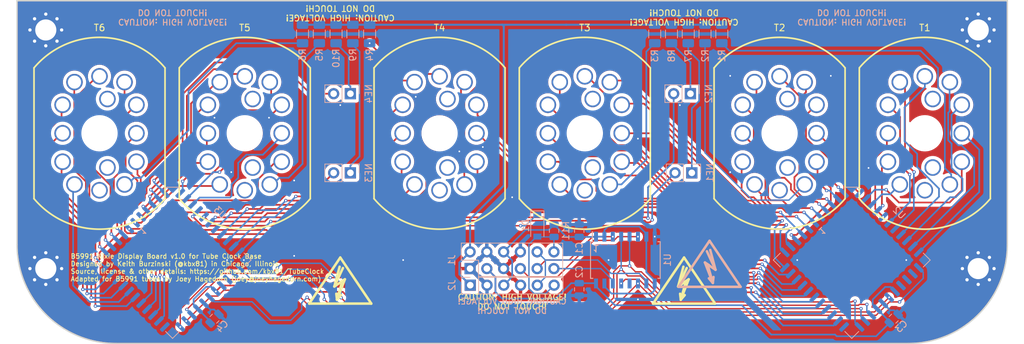
<source format=kicad_pcb>
(kicad_pcb (version 20240108) (generator "pcbnew") (generator_version "8.0")
  (layers (0 "F.Cu" signal) (31 "B.Cu" signal) (34 "B.Paste" user) (35 "F.Paste" user) (36 "B.SilkS" user "B.Silkscreen") (37 "F.SilkS" user "F.Silkscreen") (38 "B.Mask" user) (39 "F.Mask" user) (44 "Edge.Cuts" user))
  (net 0 "")
  (net 1 "T6_K_0")
  (net 2 "T6_K_1")
  (net 3 "T6_K_2")
  (net 4 "T6_K_3")
  (net 5 "T6_K_4")
  (net 6 "T6_K_5")
  (net 7 "T6_K_6")
  (net 8 "T6_K_7")
  (net 9 "T6_K_8")
  (net 10 "T6_K_9")
  (net 11 "T5_K_9")
  (net 12 "T5_K_8")
  (net 13 "T5_K_7")
  (net 14 "T5_K_6")
  (net 15 "T5_K_5")
  (net 16 "T5_K_4")
  (net 17 "T5_K_3")
  (net 18 "T5_K_2")
  (net 19 "T5_K_1")
  (net 20 "T5_K_0")
  (net 21 "T4_K_0")
  (net 22 "T4_K_1")
  (net 23 "T4_K_2")
  (net 24 "T4_K_3")
  (net 25 "T4_K_4")
  (net 26 "T4_K_5")
  (net 27 "T4_K_6")
  (net 28 "T4_K_7")
  (net 29 "T4_K_8")
  (net 30 "T4_K_9")
  (net 31 "T3_K_9")
  (net 32 "T3_K_8")
  (net 33 "T3_K_7")
  (net 34 "T3_K_6")
  (net 35 "T3_K_5")
  (net 36 "T3_K_4")
  (net 37 "T3_K_3")
  (net 38 "T3_K_2")
  (net 39 "T3_K_1")
  (net 40 "T3_K_0")
  (net 41 "T2_K_0")
  (net 42 "T2_K_1")
  (net 43 "T2_K_2")
  (net 44 "T2_K_3")
  (net 45 "T2_K_4")
  (net 46 "T2_K_5")
  (net 47 "T2_K_6")
  (net 48 "T2_K_7")
  (net 49 "T2_K_8")
  (net 50 "T2_K_9")
  (net 51 "T1_K_9")
  (net 52 "T1_K_8")
  (net 53 "T1_K_7")
  (net 54 "T1_K_6")
  (net 55 "T1_K_5")
  (net 56 "T1_K_4")
  (net 57 "T1_K_3")
  (net 58 "T1_K_2")
  (net 59 "T1_K_1")
  (net 60 "T1_K_0")
  (net 61 "+V_IN")
  (net 62 "GND")
  (net 63 "+V_HV")
  (net 64 "Net-(NE4-Pad1)")
  (net 65 "Net-(NE3-Pad1)")
  (net 66 "Net-(NE2-Pad1)")
  (net 67 "Net-(NE1-Pad1)")
  (net 68 "Net-(T1-A)")
  (net 69 "+3V3")
  (net 70 "DATA_OUT")
  (net 71 "~{LE}")
  (net 72 "~{BL}")
  (net 73 "DATA_IN")
  (net 74 "CLK")
  (net 75 "T7_K")
  (net 76 "T8_K")
  (net 77 "T10_K")
  (net 78 "T9_K")
  (net 79 "~{LE_DB}")
  (net 80 "~{BL_DB}")
  (net 81 "CLK_DB")
  (net 82 "DATA_IN_DB")
  (net 83 "Net-(T2-A)")
  (net 84 "Net-(T3-A)")
  (net 85 "Net-(T4-A)")
  (net 86 "Net-(T5-A)")
  (net 87 "Net-(T6-A)")
  (net 89 "DATA_THROUGH1")
  (net 90 "DATA_OUT_DB")
  (footprint "TubeClock:Nixie_B5991" (layer "F.Cu") (at 189.2424 96.3146)
    (property "Reference" "T2")
    (property "Value" "B5991_Nixie_Tube" (hide yes))
  )
  (footprint "TubeClock:Nixie_B5991" (layer "F.Cu") (at 159.7424 96.3146)
    (property "Reference" "T3")
    (property "Value" "B5991_Nixie_Tube" (hide yes))
  )
  (footprint "TubeClock:Nixie_B5991" (layer "F.Cu") (at 137.7424 96.3146)
    (property "Reference" "T4")
    (property "Value" "B5991_Nixie_Tube" (hide yes))
  )
  (footprint "TubeClock:Nixie_B5991" (layer "F.Cu") (at 108.2424 96.3146)
    (property "Reference" "T5")
    (property "Value" "B5991_Nixie_Tube" (hide yes))
  )
  (footprint "TubeClock:Nixie_B5991" (layer "F.Cu") (at 86.2424 96.3146)
    (property "Reference" "T6")
    (property "Value" "B5991_Nixie_Tube" (hide yes))
  )
  (footprint "TubeClock:Nixie_B5991" (layer "F.Cu") (at 211.2424 96.3146)
    (property "Reference" "T1")
    (property "Value" "B5991_Nixie_Tube" (hide yes))
  )
  (footprint "MountingHole:MountingHole_3.2mm_M3_Pad_Via" (layer "F.Cu") (at 219.329 80.645)
    (property "Reference" "H2" (hide yes))
    (property "Value" "MountingHole_Pad")
  )
  (footprint "MountingHole:MountingHole_3.2mm_M3_Pad_Via" (layer "F.Cu") (at 78.105 80.645)
    (property "Reference" "H1" (hide yes))
    (property "Value" "MountingHole_Pad")
  )
  (footprint "MountingHole:MountingHole_3.2mm_M3_Pad_Via" (layer "F.Cu") (at 219.329 116.84)
    (property "Reference" "H4" (hide yes))
    (property "Value" "MountingHole_Pad")
  )
  (footprint "MountingHole:MountingHole_3.2mm_M3_Pad_Via" (layer "F.Cu") (at 78.105 116.84)
    (property "Reference" "H3" (hide yes))
    (property "Value" "MountingHole_Pad")
  )
  (footprint "TubeClock:Symbol_HighVoltage_Type2_SilkTop_VerySmall" (layer "F.Cu") (at 122.7074 119.3546)
    (property "Reference" "REF**" (hide yes))
    (property "Value" "Symbol_HighVoltage_Type2_SilkTop_VerySmall")
  )
  (footprint "TubeClock:Symbol_HighVoltage_Type2_SilkTop_VerySmall" (layer "F.Cu") (at 174.7774 119.3546)
    (property "Reference" "REF**" (hide yes))
    (property "Value" "Symbol_HighVoltage_Type2_SilkTop_VerySmall")
  )
  (footprint "TubeClock:Symbol_HighVoltage_Type2_SilkBottom_VerySmall" (layer "F.Cu") (at 178.5874 116.8146)
    (property "Reference" "REF**" (hide yes))
    (property "Value" "Symbol_HighVoltage_Type2_SilkBottom_VerySmall")
  )
  (footprint "Capacitor_SMD:C_0805_2012Metric" (layer "B.Cu") (at 158.9024 111.0996 90)
    (property "Reference" "C1")
    (property "Value" "100 nF")
  )
  (footprint "Resistor_SMD:R_1206_3216Metric" (layer "B.Cu") (at 180.4924 81.2546 90)
    (property "Reference" "R1")
    (property "Value" "10K")
  )
  (footprint "Package_SO:SOIC-16W_5.3x10.2mm_P1.27mm" (layer "B.Cu") (at 165.8874 115.5446 -90)
    (property "Reference" "U1")
    (property "Value" "CD40109B")
  )
  (footprint "Resistor_SMD:R_0805_2012Metric" (layer "B.Cu") (at 155.0924 111.0996 -90)
    (property "Reference" "R11")
    (property "Value" "10K")
  )
  (footprint "Capacitor_SMD:C_0805_2012Metric" (layer "B.Cu") (at 158.9024 119.9896 -90)
    (property "Reference" "C2")
    (property "Value" "100 nF")
  )
  (footprint "Diode_SMD:D_SOD-123" (layer "B.Cu") (at 152.5524 110.3376 -90)
    (property "Reference" "D1")
    (property "Value" "1N4148")
  )
  (footprint "Connector_PinSocket_2.54mm:PinSocket_1x02_P2.54mm_Vertical" (layer "B.Cu") (at 175.7424 90.3146 90)
    (property "Reference" "NE2")
    (property "Value" "Lamp_Neon")
  )
  (footprint "Resistor_SMD:R_1206_3216Metric" (layer "B.Cu") (at 177.9524 81.2546 90)
    (property "Reference" "R2")
    (property "Value" "10K")
  )
  (footprint "Resistor_SMD:R_1206_3216Metric" (layer "B.Cu") (at 175.4124 81.2546 90)
    (property "Reference" "R7")
    (property "Value" "470K")
  )
  (footprint "Resistor_SMD:R_1206_3216Metric" (layer "B.Cu") (at 172.8724 81.2546 90)
    (property "Reference" "R8")
    (property "Value" "470K")
  )
  (footprint "Connector_PinSocket_2.54mm:PinSocket_2x06_P2.54mm_Vertical" (layer "B.Cu") (at 142.367 116.84 -90)
    (property "Reference" "J1")
    (property "Value" "Conn_02x06_Odd_Even")
  )
  (footprint "Resistor_SMD:R_1206_3216Metric" (layer "B.Cu") (at 170.3324 81.2546 90)
    (property "Reference" "R3")
    (property "Value" "10K")
  )
  (footprint "Package_LCC:PLCC-44_16.6x16.6mm_P1.27mm" (layer "B.Cu") (at 97.3074 115.5446 -135)
    (property "Reference" "U3")
    (property "Value" "HV5622")
  )
  (footprint "Package_LCC:PLCC-44_16.6x16.6mm_P1.27mm" (layer "B.Cu") (at 200.1774 115.5446 -135)
    (property "Reference" "U2")
    (property "Value" "HV5622")
  )
  (footprint "Connector_PinSocket_2.54mm:PinSocket_1x02_P2.54mm_Vertical" (layer "B.Cu") (at 124.2424 90.3146 90)
    (property "Reference" "NE4")
    (property "Value" "Lamp_Neon")
  )
  (footprint "Connector_PinSocket_2.54mm:PinSocket_1x02_P2.54mm_Vertical" (layer "B.Cu") (at 124.2424 102.3146 90)
    (property "Reference" "NE3")
    (property "Value" "Lamp_Neon")
  )
  (footprint "Resistor_SMD:R_1206_3216Metric" (layer "B.Cu") (at 124.6124 81.2546 90)
    (property "Reference" "R9")
    (property "Value" "470K")
  )
  (footprint "Resistor_SMD:R_1206_3216Metric" (layer "B.Cu") (at 127.1524 81.2546 90)
    (property "Reference" "R4")
    (property "Value" "10K")
  )
  (footprint "Resistor_SMD:R_1206_3216Metric" (layer "B.Cu") (at 119.5324 81.2546 90)
    (property "Reference" "R5")
    (property "Value" "10K")
  )
  (footprint "Resistor_SMD:R_1206_3216Metric" (layer "B.Cu") (at 116.9924 81.2546 90)
    (property "Reference" "R6")
    (property "Value" "10K")
  )
  (footprint "Resistor_SMD:R_1206_3216Metric" (layer "B.Cu") (at 122.0724 81.2546 90)
    (property "Reference" "R10")
    (property "Value" "470K")
  )
  (footprint "Capacitor_SMD:C_0805_2012Metric" (layer "B.Cu") (at 206.5274 124.4346 45)
    (property "Reference" "C3")
    (property "Value" "100 nF")
  )
  (footprint "Capacitor_SMD:C_0805_2012Metric" (layer "B.Cu") (at 103.6574 124.4346 45)
    (property "Reference" "C4")
    (property "Value" "100 nF")
  )
  (footprint "Connector_PinSocket_2.54mm:PinSocket_1x02_P2.54mm_Vertical" (layer "B.Cu") (at 175.952 102.3146 90)
    (property "Reference" "NE1")
    (property "Value" "Lamp_Neon")
  )
  (footprint "Connector_PinSocket_2.54mm:PinSocket_1x06_P2.54mm_Vertical" (layer "B.Cu") (at 142.3924 119.3546 -90)
    (property "Reference" "J2")
    (property "Value" "Conn_01x06")
  )
  (gr_arc (start 88.745799 128.200001) (mid 78.139198 123.806602) (end 73.7458 113.2) (stroke (width 0.2)) (layer "Edge.Cuts"))
  (gr_line (start 73.7458 113.2) (end 73.7458 76.2) (stroke (width 0.2)) (layer "Edge.Cuts"))
  (gr_arc (start 223.745799 113.200001) (mid 219.352401 123.806602) (end 208.7458 128.2) (stroke (width 0.2)) (layer "Edge.Cuts"))
  (gr_line (start 73.7458 76.2) (end 223.7458 76.2) (stroke (width 0.2)) (layer "Edge.Cuts"))
  (gr_line (start 223.7458 76.2) (end 223.745799 113.200001) (stroke (width 0.2)) (layer "Edge.Cuts"))
  (gr_line (start 208.7458 128.2) (end 88.7458 128.2) (stroke (width 0.2)) (layer "Edge.Cuts"))
  (gr_text "1" (at 92.8624 111.0996 225) (layer "B.SilkS") (effects (font (size 1 1)) (justify mirror)))
  (gr_text "1" (at 161.4424 113.7666 180) (layer "B.SilkS") (effects (font (size 1 1)) (justify mirror)))
  (gr_text "CAUTION: HIGH VOLTAGE!\nDO NOT TOUCH!" (at 148.7424 122.5296 0) (layer "B.SilkS") (effects (font (size 0.889 0.889) (thickness 0.1524)) (justify mirror)))
  (gr_text "CAUTION: HIGH VOLTAGE!\nDO NOT TOUCH!" (at 97.3074 78.7146 180) (layer "B.SilkS") (effects (font (size 0.889 0.889) (thickness 0.1524)) (justify mirror)))
  (gr_text "CAUTION: HIGH VOLTAGE!\nDO NOT TOUCH!" (at 200.1774 78.7146 180) (layer "B.SilkS") (effects (font (size 0.889 0.889) (thickness 0.1524)) (justify mirror)))
  (gr_text "1" (at 195.7324 111.0996 225) (layer "B.SilkS") (effects (font (size 1 1)) (justify mirror)))
  (gr_text "CAUTION: HIGH VOLTAGE!\nDO NOT TOUCH!" (at 122.7074 78.0796 180) (layer "F.SilkS") (effects (font (size 0.889 0.889) (thickness 0.1524))))
  (gr_text "CAUTION: HIGH VOLTAGE!\nDO NOT TOUCH!" (at 174.7774 78.7146 180) (layer "F.SilkS") (effects (font (size 0.889 0.889) (thickness 0.1524))))
  (gr_text "CAUTION: HIGH VOLTAGE!\nDO NOT TOUCH!" (at 148.7424 121.8946 0) (layer "F.SilkS") (effects (font (size 0.889 0.889) (thickness 0.1524))))
  (gr_text "B5991 Nixie Display Board v1.0 for Tube Clock Base\nDesigned by Keith Burzinski (@kbx81) in Chicago, Illinois\nSource, license & other details: https://github.com/kbx81/TubeClock\nAdapted for B5991 tubes by Joey Hagedorn (joey@joeyhagedorn.com)" (at 81.8134 116.6876 0) (layer "F.SilkS") (effects (font (size 0.7112 0.7112) (thickness 0.127)) (justify left)))
  (segment (start 86.2584 115.4176) (end 85.6234 116.0526) (width 0.254) (layer "F.Cu") (net 1))
  (segment (start 92.4814 106.0196) (end 89.5604 108.9406) (width 0.254) (layer "F.Cu") (net 1))
  (segment (start 92.4814 103.071686) (end 92.4814 106.0196) (width 0.254) (layer "F.Cu") (net 1))
  (segment (start 85.6234 116.0526) (end 85.6234 122.5296) (width 0.254) (layer "F.Cu") (net 1))
  (segment (start 86.2584 114.4016) (end 86.2584 115.4176) (width 0.254) (layer "F.Cu") (net 1))
  (segment (start 89.5604 108.9406) (end 89.5604 111.0996) (width 0.254) (layer "F.Cu") (net 1))
  (segment (start 89.5604 111.0996) (end 86.2584 114.4016) (width 0.254) (layer "F.Cu") (net 1))
  (segment (start 91.99042 100.81294) (end 91.99042 102.580706) (width 0.254) (layer "F.Cu") (net 1))
  (segment (start 91.99042 102.580706) (end 92.4814 103.071686) (width 0.254) (layer "F.Cu") (net 1))
  (via (at 85.6234 122.5296) (size 0.508) (drill 0.254) (layers "F.Cu" "B.Cu") (net 1))
  (segment (start 85.6234 122.5296) (end 90.3224 122.5296) (width 0.254) (layer "B.Cu") (net 1))
  (segment (start 90.3224 122.5296) (end 91.650546 121.201454) (width 0.254) (layer "B.Cu") (net 1))
  (segment (start 90.75252 120.303429) (end 89.161349 121.8946) (width 0.254) (layer "B.Cu") (net 2))
  (segment (start 89.161349 121.8946) (end 84.7344 121.8946) (width 0.254) (layer "B.Cu") (net 2))
  (segment (start 82.24444 119.40464) (end 82.24444 104.31306) (width 0.254) (layer "B.Cu") (net 2))
  (segment (start 84.7344 121.8946) (end 82.24444 119.40464) (width 0.254) (layer "B.Cu") (net 2))
  (segment (start 80.49438 100.81294) (end 80.49438 105.08158) (width 0.254) (layer "F.Cu") (net 3))
  (segment (start 80.49438 105.08158) (end 84.9884 109.5756) (width 0.254) (layer "F.Cu") (net 3))
  (segment (start 84.9884 109.5756) (end 84.9884 121.2596) (width 0.254) (layer "F.Cu") (net 3))
  (via (at 84.9884 121.2596) (size 0.508) (drill 0.254) (layers "F.Cu" "B.Cu") (net 3))
  (segment (start 84.9884 121.2596) (end 88.000298 121.2596) (width 0.254) (layer "B.Cu") (net 3))
  (segment (start 88.000298 121.2596) (end 89.854495 119.405403) (width 0.254) (layer "B.Cu") (net 3))
  (segment (start 78.7654 98.04358) (end 78.7654 104.1146) (width 0.254) (layer "F.Cu") (net 4))
  (segment (start 80.49438 96.3146) (end 78.7654 98.04358) (width 0.254) (layer "F.Cu") (net 4))
  (segment (start 78.7654 104.1146) (end 78.7654 104.2416) (width 0.254) (layer "F.Cu") (net 4))
  (segment (start 84.3534 109.8296) (end 84.3534 120.6246) (width 0.254) (layer "F.Cu") (net 4))
  (segment (start 78.7654 104.2416) (end 84.3534 109.8296) (width 0.254) (layer "F.Cu") (net 4))
  (via (at 84.3534 120.6246) (size 0.508) (drill 0.254) (layers "F.Cu" "B.Cu") (net 4))
  (segment (start 84.3534 120.6246) (end 86.839246 120.6246) (width 0.254) (layer "B.Cu") (net 4))
  (segment (start 86.839246 120.6246) (end 88.956469 118.507377) (width 0.254) (layer "B.Cu") (net 4))
  (segment (start 83.7184 110.0836) (end 83.7184 119.9896) (width 0.254) (layer "F.Cu") (net 5))
  (segment (start 80.49438 93.87662) (end 78.1304 96.2406) (width 0.254) (layer "F.Cu") (net 5))
  (segment (start 80.49438 91.81626) (end 80.49438 93.87662) (width 0.254) (layer "F.Cu") (net 5))
  (segment (start 78.1304 96.2406) (end 78.1304 104.4956) (width 0.254) (layer "F.Cu") (net 5))
  (segment (start 78.1304 104.4956) (end 83.7184 110.0836) (width 0.254) (layer "F.Cu") (net 5))
  (via (at 83.7184 119.9896) (size 0.508) (drill 0.254) (layers "F.Cu" "B.Cu") (net 5))
  (segment (start 85.678195 119.9896) (end 88.058443 117.609352) (width 0.254) (layer "B.Cu") (net 5))
  (segment (start 83.7184 119.9896) (end 85.678195 119.9896) (width 0.254) (layer "B.Cu") (net 5))
  (segment (start 85.6234 109.3216) (end 85.6234 115.1636) (width 0.254) (layer "F.Cu") (net 6))
  (segment (start 84.1794 103.638701) (end 84.1794 107.8776) (width 0.254) (layer "F.Cu") (net 6))
  (segment (start 82.423 101.882301) (end 84.1794 103.638701) (width 0.254) (layer "F.Cu") (net 6))
  (segment (start 82.423 88.4947) (end 82.423 101.882301) (width 0.254) (layer "F.Cu") (net 6))
  (segment (start 84.1794 107.8776) (end 85.6234 109.3216) (width 0.254) (layer "F.Cu") (net 6))
  (via (at 85.6234 115.1636) (size 0.508) (drill 0.254) (layers "F.Cu" "B.Cu") (net 6))
  (segment (start 85.6234 115.174308) (end 87.160418 116.711326) (width 0.254) (layer "B.Cu") (net 6))
  (segment (start 85.6234 115.1636) (end 85.6234 115.174308) (width 0.254) (layer "B.Cu") (net 6))
  (segment (start 84.713 103.5352) (end 84.713 107.5222) (width 0.254) (layer "F.Cu") (net 7))
  (segment (start 86.2424 87.31538) (end 82.8294 90.72838) (width 0.254) (layer "F.Cu") (net 7))
  (segment (start 86.2584 109.0676) (end 86.2584 113.5126) (width 0.254) (layer "F.Cu") (net 7))
  (segment (start 84.713 107.5222) (end 86.2584 109.0676) (width 0.254) (layer "F.Cu") (net 7))
  (segment (start 82.8294 90.72838) (end 82.8294 101.6516) (width 0.254) (layer "F.Cu") (net 7))
  (segment (start 82.8294 101.6516) (end 84.713 103.5352) (width 0.254) (layer "F.Cu") (net 7))
  (via (at 86.2584 113.5126) (size 0.508) (drill 0.254) (layers "F.Cu" "B.Cu") (net 7))
  (segment (start 87.123674 114.377874) (end 86.2584 113.5126) (width 0.254) (layer "B.Cu") (net 7))
  (segment (start 87.160418 114.377874) (end 87.123674 114.377874) (width 0.254) (layer "B.Cu") (net 7))
  (segment (start 87.9094 108.0516) (end 87.1474 108.8136) (width 0.254) (layer "F.Cu") (net 8))
  (segment (start 84.9924 93.0646) (end 83.2424 94.8146) (width 0.254) (layer "F.Cu") (net 8))
  (segment (start 88.2424 93.0646) (end 84.9924 93.0646) (width 0.254) (layer "F.Cu") (net 8))
  (segment (start 87.9094 104.213) (end 87.9094 108.0516) (width 0.254) (layer "F.Cu") (net 8))
  (segment (start 90.0324 91.2746) (end 88.2424 93.0646) (width 0.254) (layer "F.Cu") (net 8))
  (segment (start 90.0324 88.5546) (end 90.0324 91.2746) (width 0.254) (layer "F.Cu") (net 8))
  (segment (start 83.2424 94.8146) (end 83.2424 99.546) (width 0.254) (layer "F.Cu") (net 8))
  (segment (start 87.1474 108.8136) (end 87.1474 112.4966) (width 0.254) (layer "F.Cu") (net 8))
  (segment (start 83.2424 99.546) (end 87.9094 104.213) (width 0.254) (layer "F.Cu") (net 8))
  (via (at 87.1474 112.4966) (size 0.508) (drill 0.254) (layers "F.Cu" "B.Cu") (net 8))
  (segment (start 88.058443 113.407643) (end 87.1474 112.4966) (width 0.254) (layer "B.Cu") (net 8))
  (segment (start 88.058443 113.479848) (end 88.058443 113.407643) (width 0.254) (layer "B.Cu") (net 8))
  (segment (start 88.4174 108.4326) (end 88.0364 108.8136) (width 0.254) (layer "F.Cu") (net 9))
  (segment (start 88.0364 108.8136) (end 88.0364 111.6076) (width 0.254) (layer "F.Cu") (net 9))
  (segment (start 88.4174 103.0986) (end 88.4174 108.4326) (width 0.254) (layer "F.Cu") (net 9))
  (segment (start 89.6874 101.8286) (end 88.4174 103.0986) (width 0.254) (layer "F.Cu") (net 9))
  (segment (start 91.99042 91.81626) (end 89.6874 94.11928) (width 0.254) (layer "F.Cu") (net 9))
  (segment (start 89.6874 94.11928) (end 89.6874 101.8286) (width 0.254) (layer "F.Cu") (net 9))
  (via (at 88.0364 111.6076) (size 0.508) (drill 0.254) (layers "F.Cu" "B.Cu") (net 9))
  (segment (start 88.956469 112.581823) (end 88.956469 112.527669) (width 0.254) (layer "B.Cu") (net 9))
  (segment (start 88.956469 112.527669) (end 88.0364 111.6076) (width 0.254) (layer "B.Cu") (net 9))
  (segment (start 90.1954 98.10962) (end 90.1954 101.7016) (width 0.254) (layer "F.Cu") (net 10))
  (segment (start 88.9254 108.8136) (end 88.9254 110.7186) (width 0.254) (layer "F.Cu") (net 10))
  (segment (start 91.9734 103.4796) (end 91.9734 105.7656) (width 0.254) (layer "F.Cu") (net 10))
  (segment (start 91.99042 96.3146) (end 90.1954 98.10962) (width 0.254) (layer "F.Cu") (net 10))
  (segment (start 91.9734 105.7656) (end 88.9254 108.8136) (width 0.254) (layer "F.Cu") (net 10))
  (segment (start 90.1954 101.7016) (end 91.9734 103.4796) (width 0.254) (layer "F.Cu") (net 10))
  (via (at 88.9254 110.7186) (size 0.508) (drill 0.254) (layers "F.Cu" "B.Cu") (net 10))
  (segment (start 89.854495 111.683797) (end 89.854495 111.647695) (width 0.254) (layer "B.Cu") (net 10))
  (segment (start 89.854495 111.647695) (end 88.9254 110.7186) (width 0.254) (layer "B.Cu") (net 10))
  (segment (start 106.2424 104.0646) (end 107.2424 103.0646) (width 0.254) (layer "B.Cu") (net 11))
  (segment (start 113.8324 96.7246) (end 113.8324 96.3146) (width 0.254) (layer "B.Cu") (net 11))
  (segment (start 101.399246 106.0646) (end 105.9924 106.0646) (width 0.254) (layer "B.Cu") (net 11))
  (segment (start 107.2424 103.0646) (end 107.2424 100.80815) (width 0.254) (layer "B.Cu") (net 11))
  (segment (start 105.9924 106.0646) (end 106.2424 105.8146) (width 0.254) (layer "B.Cu") (net 11))
  (segment (start 106.2424 105.8146) (end 106.2424 104.0646) (width 0.254) (layer "B.Cu") (net 11))
  (segment (start 110.9924 99.5646) (end 113.8324 96.7246) (width 0.254) (layer "B.Cu") (net 11))
  (segment (start 100.270177 107.193669) (end 101.399246 106.0646) (width 0.254) (layer "B.Cu") (net 11))
  (segment (start 108.48595 99.5646) (end 110.9924 99.5646) (width 0.254) (layer "B.Cu") (net 11))
  (segment (start 107.2424 100.80815) (end 108.48595 99.5646) (width 0.254) (layer "B.Cu") (net 11))
  (segment (start 106.423 93.221) (end 104.9924 94.6516) (width 0.254) (layer "F.Cu") (net 12))
  (segment (start 104.9924 94.6516) (end 104.9924 101.6366) (width 0.254) (layer "F.Cu") (net 12))
  (segment (start 113.99042 91.81626) (end 112.58568 93.221) (width 0.254) (layer "F.Cu") (net 12))
  (segment (start 112.58568 93.221) (end 106.423 93.221) (width 0.254) (layer "F.Cu") (net 12))
  (segment (start 104.9924 101.6366) (end 104.4194 102.2096) (width 0.254) (layer "F.Cu") (net 12))
  (via (at 104.4194 102.2096) (size 0.508) (drill 0.254) (layers "F.Cu" "B.Cu") (net 12))
  (segment (start 104.4194 102.2096) (end 103.458195 102.2096) (width 0.254) (layer "B.Cu") (net 12))
  (segment (start 103.458195 102.2096) (end 99.372152 106.295643) (width 0.254) (layer "B.Cu") (net 12))
  (segment (start 99.9744 102.4636) (end 103.2764 102.4636) (width 0.254) (layer "F.Cu") (net 13))
  (segment (start 105.974134 92.8146) (end 110.4924 92.8146) (width 0.254) (layer "F.Cu") (net 13))
  (segment (start 112.24036 91.06664) (end 112.24036 88.31614) (width 0.254) (layer "F.Cu") (net 13))
  (segment (start 103.2764 102.4636) (end 104.4924 101.2476) (width 0.254) (layer "F.Cu") (net 13))
  (segment (start 110.4924 92.8146) (end 112.24036 91.06664) (width 0.254) (layer "F.Cu") (net 13))
  (segment (start 98.8314 103.6066) (end 99.9744 102.4636) (width 0.254) (layer "F.Cu") (net 13))
  (segment (start 104.4924 94.296334) (end 105.974134 92.8146) (width 0.254) (layer "F.Cu") (net 13))
  (segment (start 104.4924 101.2476) (end 104.4924 94.296334) (width 0.254) (layer "F.Cu") (net 13))
  (via (at 98.8314 103.6066) (size 0.508) (drill 0.254) (layers "F.Cu" "B.Cu") (net 13))
  (segment (start 98.8314 103.6066) (end 98.8314 105.040344) (width 0.254) (layer "B.Cu") (net 13))
  (segment (start 98.8314 105.040344) (end 98.474126 105.397618) (width 0.254) (layer "B.Cu") (net 13))
  (segment (start 106.474634 87.31538) (end 105.747854 86.5886) (width 0.254) (layer "F.Cu") (net 14))
  (segment (start 103.5304 86.5886) (end 99.4664 90.6526) (width 0.254) (layer "F.Cu") (net 14))
  (segment (start 108.2424 87.31538) (end 106.474634 87.31538) (width 0.254) (layer "F.Cu") (net 14))
  (segment (start 105.747854 86.5886) (end 103.5304 86.5886) (width 0.254) (layer "F.Cu") (net 14))
  (segment (start 99.4664 90.6526) (end 99.4664 98.5266) (width 0.254) (layer "F.Cu") (net 14))
  (segment (start 99.4664 98.5266) (end 94.5134 103.4796) (width 0.254) (layer "F.Cu") (net 14))
  (via (at 94.5134 103.4796) (size 0.508) (drill 0.254) (layers "F.Cu" "B.Cu") (net 14))
  (segment (start 94.5134 103.770344) (end 94.5134 103.4796) (width 0.254) (layer "B.Cu") (net 14))
  (segment (start 96.140674 105.397618) (end 94.5134 103.770344) (width 0.254) (layer "B.Cu") (net 14))
  (segment (start 100.1014 98.7806) (end 94.0054 104.8766) (width 0.254) (layer "F.Cu") (net 15))
  (segment (start 102.330861 89.566139) (end 100.1014 91.7956) (width 0.254) (layer "F.Cu") (net 15))
  (segment (start 100.1014 91.7956) (end 100.1014 98.7806) (width 0.254) (layer "F.Cu") (net 15))
  (segment (start 104.24444 88.31614) (end 102.994441 89.566139) (width 0.254) (layer "F.Cu") (net 15))
  (segment (start 102.994441 89.566139) (end 102.330861 89.566139) (width 0.254) (layer "F.Cu") (net 15))
  (via (at 94.0054 104.8766) (size 0.508) (drill 0.254) (layers "F.Cu" "B.Cu") (net 15))
  (segment (start 95.242648 106.113848) (end 94.0054 104.8766) (width 0.254) (layer "B.Cu") (net 15))
  (segment (start 95.242648 106.295643) (end 95.242648 106.113848) (width 0.254) (layer "B.Cu") (net 15))
  (segment (start 102.49438 91.81626) (end 100.7364 93.57424) (width 0.254) (layer "F.Cu") (net 16))
  (segment (start 93.8784 105.8926) (end 100.7364 99.0346) (width 0.254) (layer "F.Cu") (net 16))
  (segment (start 100.7364 93.57424) (end 100.7364 99.0346) (width 0.254) (layer "F.Cu") (net 16))
  (via (at 93.8784 105.8926) (size 0.508) (drill 0.254) (layers "F.Cu" "B.Cu") (net 16))
  (segment (start 93.8784 105.8926) (end 93.8784 106.727446) (width 0.254) (layer "B.Cu") (net 16))
  (segment (start 93.8784 106.727446) (end 94.344623 107.193669) (width 0.254) (layer "B.Cu") (net 16))
  (segment (start 93.2434 107.4166) (end 102.49438 98.16562) (width 0.254) (layer "F.Cu") (net 17))
  (segment (start 92.8624 107.4166) (end 93.2434 107.4166) (width 0.254) (layer "F.Cu") (net 17))
  (segment (start 102.49438 98.16562) (end 102.49438 96.3146) (width 0.254) (layer "F.Cu") (net 17))
  (via (at 92.8624 107.4166) (size 0.508) (drill 0.254) (layers "F.Cu" "B.Cu") (net 17))
  (segment (start 93.446597 108.091695) (end 93.446597 108.000797) (width 0.254) (layer "B.Cu") (net 17))
  (segment (start 93.446597 108.000797) (end 92.8624 107.4166) (width 0.254) (layer "B.Cu") (net 17))
  (segment (start 100.725351 100.81294) (end 92.831413 108.706878) (width 0.254) (layer "F.Cu") (net 18))
  (segment (start 102.49438 100.81294) (end 100.725351 100.81294) (width 0.254) (layer "F.Cu") (net 18))
  (segment (start 92.831413 108.706878) (end 92.548571 108.98972) (width 0.254) (layer "F.Cu") (net 18))
  (via (at 92.548571 108.98972) (size 0.508) (drill 0.254) (layers "F.Cu" "B.Cu") (net 18))
  (segment (start 92.550254 109.887746) (end 91.650546 109.887746) (width 0.254) (layer "F.Cu") (net 19))
  (segment (start 104.24444 104.31306) (end 98.12494 104.31306) (width 0.254) (layer "F.Cu") (net 19))
  (segment (start 98.12494 104.31306) (end 92.550254 109.887746) (width 0.254) (layer "F.Cu") (net 19))
  (via (at 91.650546 109.887746) (size 0.508) (drill 0.254) (layers "F.Cu" "B.Cu") (net 19))
  (segment (start 110.2424 105.8146) (end 110.2424 103.3146) (width 0.254) (layer "F.Cu") (net 20))
  (segment (start 109.573 106.484) (end 110.2424 105.8146) (width 0.254) (layer "F.Cu") (net 20))
  (segment (start 97.157264 106.484) (end 109.573 106.484) (width 0.254) (layer "F.Cu") (net 20))
  (segment (start 92.826664 110.8146) (end 97.157264 106.484) (width 0.254) (layer "F.Cu") (net 20))
  (segment (start 112.9224 100.6346) (end 113.8324 100.6346) (width 0.254) (layer "F.Cu") (net 20))
  (segment (start 110.2424 103.3146) (end 112.9224 100.6346) (width 0.254) (layer "F.Cu") (net 20))
  (segment (start 90.7424 110.8146) (end 92.826664 110.8146) (width 0.254) (layer "F.Cu") (net 20))
  (via (at 90.7424 110.8146) (size 0.508) (drill 0.254) (layers "F.Cu" "B.Cu") (net 20))
  (segment (start 133.1214 106.6546) (end 133.7564 106.6546) (width 0.254) (layer "F.Cu") (net 21))
  (segment (start 129.4384 110.3376) (end 101.7524 110.3376) (width 0.254) (layer "F.Cu") (net 21))
  (segment (start 141.8844 107.0356) (end 143.49042 105.42958) (width 0.254) (layer "F.Cu") (net 21))
  (segment (start 133.1214 106.6546) (end 129.4384 110.3376) (width 0.254) (layer "F.Cu") (net 21))
  (segment (start 143.49042 105.42958) (end 143.49042 100.81294) (width 0.254) (layer "F.Cu") (net 21))
  (segment (start 101.7524 110.3376) (end 100.3554 108.9406) (width 0.254) (layer "F.Cu") (net 21))
  (segment (start 134.1374 107.0356) (end 141.8844 107.0356) (width 0.254) (layer "F.Cu") (net 21))
  (segment (start 133.7564 106.6546) (end 134.1374 107.0356) (width 0.254) (layer "F.Cu") (net 21))
  (via (at 100.3554 108.9406) (size 0.508) (drill 0.254) (layers "F.Cu" "B.Cu") (net 21))
  (segment (start 101.168203 108.091695) (end 101.168203 108.127797) (width 0.254) (layer "B.Cu") (net 21))
  (segment (start 101.168203 108.127797) (end 100.3554 108.9406) (width 0.254) (layer "B.Cu") (net 21))
  (segment (start 128.9899 109.0676) (end 111.9124 109.0676) (width 0.254) (layer "F.Cu") (net 22))
  (segment (start 102.779109 109.7026) (end 102.066229 108.98972) (width 0.254) (layer "F.Cu") (net 22))
  (segment (start 111.9124 109.0676) (end 111.2774 109.7026) (width 0.254) (layer "F.Cu") (net 22))
  (segment (start 111.2774 109.7026) (end 102.779109 109.7026) (width 0.254) (layer "F.Cu") (net 22))
  (segment (start 133.74444 104.31306) (end 128.9899 109.0676) (width 0.254) (layer "F.Cu") (net 22))
  (via (at 102.066229 108.98972) (size 0.508) (drill 0.254) (layers "F.Cu" "B.Cu") (net 22))
  (segment (start 111.0234 109.0676) (end 111.6584 108.4326) (width 0.254) (layer "F.Cu") (net 23))
  (segment (start 131.99438 105.24162) (end 131.99438 100.81294) (width 0.254) (layer "F.Cu") (net 23))
  (segment (start 111.6584 108.4326) (end 128.8034 108.4326) (width 0.254) (layer "F.Cu") (net 23))
  (segment (start 103.7844 109.0676) (end 111.0234 109.0676) (width 0.254) (layer "F.Cu") (net 23))
  (segment (start 128.8034 108.4326) (end 131.99438 105.24162) (width 0.254) (layer "F.Cu") (net 23))
  (via (at 103.7844 109.0676) (size 0.508) (drill 0.254) (layers "F.Cu" "B.Cu") (net 23))
  (segment (start 102.964254 109.887746) (end 103.7844 109.0676) (width 0.254) (layer "B.Cu") (net 23))
  (segment (start 130.2004 98.10858) (end 131.99438 96.3146) (width 0.254) (layer "F.Cu") (net 24))
  (segment (start 110.7694 108.4326) (end 111.4044 107.7976) (width 0.254) (layer "F.Cu") (net 24))
  (segment (start 130.2004 106.1466) (end 130.2004 98.10858) (width 0.254) (layer "F.Cu") (net 24))
  (segment (start 106.1974 108.4326) (end 110.7694 108.4326) (width 0.254) (layer "F.Cu") (net 24))
  (segment (start 111.4044 107.7976) (end 128.5494 107.7976) (width 0.254) (layer "F.Cu") (net 24))
  (segment (start 128.5494 107.7976) (end 130.2004 106.1466) (width 0.254) (layer "F.Cu") (net 24))
  (via (at 106.1974 108.4326) (size 0.508) (drill 0.254) (layers "F.Cu" "B.Cu") (net 24))
  (segment (start 103.86228 110.785771) (end 106.1974 108.450651) (width 0.254) (layer "B.Cu") (net 24))
  (segment (start 106.1974 108.450651) (end 106.1974 108.4326) (width 0.254) (layer "B.Cu") (net 24))
  (segment (start 129.5654 105.8926) (end 129.5654 94.24524) (width 0.254) (layer "F.Cu") (net 25))
  (segment (start 108.6104 107.7976) (end 110.5154 107.7976) (width 0.254) (layer "F.Cu") (net 25))
  (segment (start 129.5654 94.24524) (end 131.99438 91.81626) (width 0.254) (layer "F.Cu") (net 25))
  (segment (start 111.1504 107.1626) (end 128.2954 107.1626) (width 0.254) (layer "F.Cu") (net 25))
  (segment (start 110.5154 107.7976) (end 111.1504 107.1626) (width 0.254) (layer "F.Cu") (net 25))
  (segment (start 128.2954 107.1626) (end 129.5654 105.8926) (width 0.254) (layer "F.Cu") (net 25))
  (via (at 108.6104 107.7976) (size 0.508) (drill 0.254) (layers "F.Cu" "B.Cu") (net 25))
  (segment (start 104.760305 111.683797) (end 108.6104 107.833702) (width 0.254) (layer "B.Cu") (net 25))
  (segment (start 108.6104 107.833702) (end 108.6104 107.7976) (width 0.254) (layer "B.Cu") (net 25))
  (segment (start 114.4524 106.5276) (end 128.0414 106.5276) (width 0.254) (layer "F.Cu") (net 26))
  (segment (start 128.9304 105.6386) (end 128.9304 91.362414) (width 0.254) (layer "F.Cu") (net 26))
  (segment (start 131.976674 88.31614) (end 133.74444 88.31614) (width 0.254) (layer "F.Cu") (net 26))
  (segment (start 128.0414 106.5276) (end 128.9304 105.6386) (width 0.254) (layer "F.Cu") (net 26))
  (segment (start 128.9304 91.362414) (end 131.976674 88.31614) (width 0.254) (layer "F.Cu") (net 26))
  (via (at 114.4524 106.5276) (size 0.508) (drill 0.254) (layers "F.Cu" "B.Cu") (net 26))
  (segment (start 113.001246 107.978754) (end 114.4524 106.5276) (width 0.254) (layer "B.Cu") (net 26))
  (segment (start 110.2614 107.978754) (end 113.001246 107.978754) (width 0.254) (layer "B.Cu") (net 26))
  (segment (start 105.658331 112.581823) (end 110.2614 107.978754) (width 0.254) (layer "B.Cu") (net 26))
  (segment (start 135.247854 86.5886) (end 135.974634 87.31538) (width 0.254) (layer "F.Cu") (net 27))
  (segment (start 127.7874 105.8926) (end 128.2954 105.3846) (width 0.254) (layer "F.Cu") (net 27))
  (segment (start 135.974634 87.31538) (end 137.7424 87.31538) (width 0.254) (layer "F.Cu") (net 27))
  (segment (start 128.2954 91.1606) (end 132.8674 86.5886) (width 0.254) (layer "F.Cu") (net 27))
  (segment (start 128.2954 105.3846) (end 128.2954 91.1606) (width 0.254) (layer "F.Cu") (net 27))
  (segment (start 115.9764 105.8926) (end 127.7874 105.8926) (width 0.254) (layer "F.Cu") (net 27))
  (segment (start 132.8674 86.5886) (end 135.247854 86.5886) (width 0.254) (layer "F.Cu") (net 27))
  (via (at 115.9764 105.8926) (size 0.508) (drill 0.254) (layers "F.Cu" "B.Cu") (net 27))
  (segment (start 112.828797 109.040203) (end 115.9764 105.8926) (width 0.254) (layer "B.Cu") (net 27))
  (segment (start 106.556357 113.479848) (end 110.996003 109.040203) (width 0.254) (layer "B.Cu") (net 27))
  (segment (start 112.828797 109.040203) (end 110.996003 109.040203) (width 0.254) (layer "B.Cu") (net 27))
  (segment (start 140.209 98.848) (end 139.4924 99.5646) (width 0.254) (layer "F.Cu") (net 28))
  (segment (start 134.5184 106.0196) (end 132.8674 106.0196) (width 0.254) (layer "F.Cu") (net 28))
  (segment (start 140.521458 98.5312) (end 140.209 98.843658) (width 0.254) (layer "F.Cu") (net 28))
  (segment (start 140.5258 98.5312) (end 140.521458 98.5312) (width 0.254) (layer "F.Cu") (net 28))
  (segment (start 140.209 98.843658) (end 140.209 98.848) (width 0.254) (layer "F.Cu") (net 28))
  (segment (start 135.7424 101.5646) (end 135.7424 104.7956) (width 0.254) (layer "F.Cu") (net 28))
  (segment (start 141.5324 88.5546) (end 140.9924 89.0946) (width 0.254) (layer "F.Cu") (net 28))
  (segment (start 139.4924 99.5646) (end 137.7424 99.5646) (width 0.254) (layer "F.Cu") (net 28))
  (segment (start 129.1844 109.7026) (end 112.1664 109.7026) (width 0.254) (layer "F.Cu") (net 28))
  (segment (start 137.7424 99.5646) (end 135.7424 101.5646) (width 0.254) (layer "F.Cu") (net 28))
  (segment (start 132.8674 106.0196) (end 129.1844 109.7026) (width 0.254) (layer "F.Cu") (net 28))
  (segment (start 140.9924 89.0946) (end 140.9924 98.0646) (width 0.254) (layer "F.Cu") (net 28))
  (segment (start 135.7424 104.7956) (end 134.5184 106.0196) (width 0.254) (layer "F.Cu") (net 28))
  (segment (start 140.9924 98.0646) (end 140.5258 98.5312) (width 0.254) (layer "F.Cu") (net 28))
  (via (at 112.1664 109.7026) (size 0.508) (drill 0.254) (layers "F.Cu" "B.Cu") (net 28))
  (segment (start 107.491126 114.377874) (end 107.454382 114.377874) (width 0.254) (layer "B.Cu") (net 28))
  (segment (start 112.1664 109.7026) (end 107.491126 114.377874) (width 0.254) (layer "B.Cu") (net 28))
  (segment (start 143.49042 91.81626) (end 143.49042 93.584026) (width 0.254) (layer "F.Cu") (net 29))
  (segment (start 184.9374 119.7356) (end 183.6674 119.7356) (width 0.254) (layer "F.Cu") (net 29))
  (segment (start 170.9674 107.0356) (end 156.1084 107.0356) (width 0.254) (layer "F.Cu") (net 29))
  (segment (start 145.5674 95.661006) (end 145.5674 96.4946) (width 0.254) (layer "F.Cu") (net 29))
  (segment (start 143.49042 93.584026) (end 145.5674 95.661006) (width 0.254) (layer "F.Cu") (net 29))
  (segment (start 156.1084 107.0356) (end 145.5674 96.4946) (width 0.254) (layer "F.Cu") (net 29))
  (segment (start 183.6674 119.7356) (end 170.9674 107.0356) (width 0.254) (layer "F.Cu") (net 29))
  (via (at 184.9374 119.7356) (size 0.508) (drill 0.254) (layers "F.Cu" "B.Cu") (net 29))
  (segment (start 184.9374 120.6246) (end 184.9374 119.7356) (width 0.254) (layer "B.Cu") (net 29))
  (segment (start 189.778108 125.465308) (end 184.9374 120.6246) (width 0.254) (layer "B.Cu") (net 29))
  (segment (start 197.440897 125.465308) (end 189.778108 125.465308) (width 0.254) (layer "B.Cu") (net 29))
  (segment (start 198.112648 124.793557) (end 197.440897 125.465308) (width 0.254) (layer "B.Cu") (net 29))
  (segment (start 144.740419 97.564599) (end 145.875399 97.564599) (width 0.254) (layer "F.Cu") (net 30))
  (segment (start 155.8544 107.5436) (end 170.7134 107.5436) (width 0.254) (layer "F.Cu") (net 30))
  (segment (start 145.875399 97.564599) (end 155.8544 107.5436) (width 0.254) (layer "F.Cu") (net 30))
  (segment (start 143.49042 96.3146) (end 144.740419 97.564599) (width 0.254) (layer "F.Cu") (net 30))
  (segment (start 170.7134 107.5436) (end 183.6039 120.4341) (width 0.254) (layer "F.Cu") (net 30))
  (segment (start 183.6039 120.4341) (end 185.6359 120.4341) (width 0.254) (layer "F.Cu") (net 30))
  (via (at 185.6359 120.4341) (size 0.508) (drill 0.254) (layers "F.Cu" "B.Cu") (net 30))
  (segment (start 196.542872 124.567282) (end 189.769082 124.567282) (width 0.254) (layer "B.Cu") (net 30))
  (segment (start 189.769082 124.567282) (end 185.6359 120.4341) (width 0.254) (layer "B.Cu") (net 30))
  (segment (start 197.214623 123.895531) (end 196.542872 124.567282) (width 0.254) (layer "B.Cu") (net 30))
  (segment (start 172.3114 96.3146) (end 183.5404 107.5436) (width 0.254) (layer "F.Cu") (net 31))
  (segment (start 183.5404 107.5436) (end 184.5564 107.5436) (width 0.254) (layer "F.Cu") (net 31))
  (segment (start 187.8584 110.8456) (end 190.9064 110.8456) (width 0.254) (layer "F.Cu") (net 31))
  (segment (start 165.49042 96.3146) (end 172.3114 96.3146) (width 0.254) (layer "F.Cu") (net 31))
  (segment (start 184.5564 107.5436) (end 187.8584 110.8456) (width 0.254) (layer "F.Cu") (net 31))
  (via (at 190.9064 110.8456) (size 0.508) (drill 0.254) (layers "F.Cu" "B.Cu") (net 31))
  (segment (start 190.928443 113.479848) (end 190.256692 112.808097) (width 0.254) (layer "B.Cu") (net 31))
  (segment (start 190.256692 111.495308) (end 190.9064 110.8456) (width 0.254) (layer "B.Cu") (net 31))
  (segment (start 190.256692 112.808097) (end 190.256692 111.495308) (width 0.254) (layer "B.Cu") (net 31))
  (segment (start 168.70206 91.81626) (end 183.9214 107.0356) (width 0.254) (layer "F.Cu") (net 32))
  (segment (start 165.49042 91.81626) (end 168.70206 91.81626) (width 0.254) (layer "F.Cu") (net 32))
  (segment (start 184.8104 107.0356) (end 187.9854 110.2106) (width 0.254) (layer "F.Cu") (net 32))
  (segment (start 183.9214 107.0356) (end 184.8104 107.0356) (width 0.254) (layer "F.Cu") (net 32))
  (segment (start 187.9854 110.2106) (end 190.2714 110.2106) (width 0.254) (layer "F.Cu") (net 32))
  (via (at 190.2714 110.2106) (size 0.508) (drill 0.254) (layers "F.Cu" "B.Cu") (net 32))
  (segment (start 189.358667 113.706123) (end 189.358667 111.123333) (width 0.254) (layer "B.Cu") (net 32))
  (segment (start 189.358667 111.123333) (end 190.2714 110.2106) (width 0.254) (layer "B.Cu") (net 32))
  (segment (start 190.030418 114.377874) (end 189.358667 113.706123) (width 0.254) (layer "B.Cu") (net 32))
  (segment (start 188.1124 109.5756) (end 189.6364 109.5756) (width 0.254) (layer "F.Cu") (net 33))
  (segment (start 166.09094 88.31614) (end 184.3024 106.5276) (width 0.254) (layer "F.Cu") (net 33))
  (segment (start 184.3024 106.5276) (end 185.0644 106.5276) (width 0.254) (layer "F.Cu") (net 33))
  (segment (start 185.0644 106.5276) (end 188.1124 109.5756) (width 0.254) (layer "F.Cu") (net 33))
  (segment (start 163.74036 88.31614) (end 166.09094 88.31614) (width 0.254) (layer "F.Cu") (net 33))
  (via (at 189.6364 109.5756) (size 0.508) (drill 0.254) (layers "F.Cu" "B.Cu") (net 33))
  (segment (start 189.6364 109.5756) (end 188.4934 110.7186) (width 0.254) (layer "B.Cu") (net 33))
  (segment (start 188.4934 110.7186) (end 188.4934 115.174308) (width 0.254) (layer "B.Cu") (net 33))
  (segment (start 188.4934 115.174308) (end 190.030418 116.711326) (width 0.254) (layer "B.Cu") (net 33))
  (segment (start 184.9924 115.5646) (end 167.548 98.1202) (width 0.254) (layer "F.Cu") (net 34))
  (segment (start 163.3988 90.971) (end 160.1024 87.6746) (width 0.254) (layer "F.Cu") (net 34))
  (segment (start 167.548 98.1202) (end 164.658736 98.1202) (width 0.254) (layer "F.Cu") (net 34))
  (segment (start 160.1024 87.6746) (end 159.7424 87.6746) (width 0.254) (layer "F.Cu") (net 34))
  (segment (start 186.9924 115.5646) (end 184.9924 115.5646) (width 0.254) (layer "F.Cu") (net 34))
  (segment (start 164.658736 98.1202) (end 163.3988 96.860264) (width 0.254) (layer "F.Cu") (net 34))
  (segment (start 163.3988 96.860264) (end 163.3988 90.971) (width 0.254) (layer "F.Cu") (net 34))
  (via (at 186.9924 115.5646) (size 0.508) (drill 0.254) (layers "F.Cu" "B.Cu") (net 34))
  (segment (start 190.79309 117.744705) (end 189.172505 117.744705) (width 0.254) (layer "B.Cu") (net 34))
  (segment (start 189.172505 117.744705) (end 186.9924 115.5646) (width 0.254) (layer "B.Cu") (net 34))
  (segment (start 190.928443 117.609352) (end 190.79309 117.744705) (width 0.254) (layer "B.Cu") (net 34))
  (segment (start 167.0304 98.5266) (end 164.4904 98.5266) (width 0.254) (layer "F.Cu") (net 35))
  (segment (start 186.5884 116.1796) (end 184.6834 116.1796) (width 0.254) (layer "F.Cu") (net 35))
  (segment (start 162.4534 93.3146) (end 157.9924 93.3146) (width 0.254) (layer "F.Cu") (net 35))
  (segment (start 164.4904 98.5266) (end 162.9924 97.0286) (width 0.254) (layer "F.Cu") (net 35))
  (segment (start 157.9924 93.3146) (end 155.9524 91.2746) (width 0.254) (layer "F.Cu") (net 35))
  (segment (start 184.6834 116.1796) (end 167.0304 98.5266) (width 0.254) (layer "F.Cu") (net 35))
  (segment (start 162.9924 97.0286) (end 162.9924 93.8536) (width 0.254) (layer "F.Cu") (net 35))
  (segment (start 155.9524 91.2746) (end 155.9524 88.5546) (width 0.254) (layer "F.Cu") (net 35))
  (segment (start 162.9924 93.8536) (end 162.4534 93.3146) (width 0.254) (layer "F.Cu") (net 35))
  (via (at 186.5884 116.1796) (size 0.508) (drill 0.254) (layers "F.Cu" "B.Cu") (net 35))
  (segment (start 191.826469 118.507377) (end 191.154718 119.179128) (width 0.254) (layer "B.Cu") (net 35))
  (segment (start 191.154718 119.179128) (end 189.587928 119.179128) (width 0.254) (layer "B.Cu") (net 35))
  (segment (start 186.5884 116.1796) (end 189.587928 119.179128) (width 0.254) (layer "B.Cu") (net 35))
  (segment (start 164.2424 99.0346) (end 163.9624 99.3146) (width 0.254) (layer "F.Cu") (net 36))
  (segment (start 164.344 98.933) (end 166.6748 98.933) (width 0.254) (layer "F.Cu") (net 36))
  (segment (start 163.9624 99.3146) (end 158.4924 99.3146) (width 0.254) (layer "F.Cu") (net 36))
  (segment (start 184.5564 116.8146) (end 186.3344 116.8146) (width 0.254) (layer "F.Cu") (net 36))
  (segment (start 156.2424 94.0846) (end 154.1524 91.9946) (width 0.254) (layer "F.Cu") (net 36))
  (segment (start 166.6748 98.933) (end 184.5564 116.8146) (width 0.254) (layer "F.Cu") (net 36))
  (segment (start 158.4924 99.3146) (end 156.2424 97.0646) (width 0.254) (layer "F.Cu") (net 36))
  (segment (start 156.2424 97.0646) (end 156.2424 94.0846) (width 0.254) (layer "F.Cu") (net 36))
  (segment (start 164.2424 99.0346) (end 164.344 98.933) (width 0.254) (layer "F.Cu") (net 36))
  (segment (start 164.2364 99.0346) (end 164.2424 99.0346) (width 0.254) (layer "F.Cu") (net 36))
  (via (at 186.3344 116.8146) (size 0.508) (drill 0.254) (layers "F.Cu" "B.Cu") (net 36))
  (segment (start 186.3344 116.8146) (end 189.596954 120.077154) (width 0.254) (layer "B.Cu") (net 36))
  (segment (start 192.052744 120.077154) (end 192.724495 119.405403) (width 0.254) (layer "B.Cu") (net 36))
  (segment (start 189.596954 120.077154) (end 192.052744 120.077154) (width 0.254) (layer "B.Cu") (net 36))
  (segment (start 185.4454 118.0846) (end 184.3024 118.0846) (width 0.254) (layer "F.Cu") (net 37))
  (segment (start 164.8954 102.7176) (end 161.9924 99.8146) (width 0.254) (layer "F.Cu") (net 37))
  (segment (start 161.9924 99.8146) (end 157.4924 99.8146) (width 0.254) (layer "F.Cu") (net 37))
  (segment (start 157.4924 99.8146) (end 157.27778 99.59998) (width 0.254) (layer "F.Cu") (net 37))
  (segment (start 157.27778 99.598) (end 153.99438 96.3146) (width 0.254) (layer "F.Cu") (net 37))
  (segment (start 157.27778 99.59998) (end 157.27778 99.598) (width 0.254) (layer "F.Cu") (net 37))
  (segment (start 168.9354 102.7176) (end 164.8954 102.7176) (width 0.254) (layer "F.Cu") (net 37))
  (segment (start 184.3024 118.0846) (end 168.9354 102.7176) (width 0.254) (layer "F.Cu") (net 37))
  (segment (start 186.0804 117.4496) (end 185.4454 118.0846) (width 0.254) (layer "F.Cu") (net 37))
  (via (at 186.0804 117.4496) (size 0.508) (drill 0.254) (layers "F.Cu" "B.Cu") (net 37))
  (segment (start 192.950769 120.97518) (end 193.62252 120.303429) (width 0.254) (layer "B.Cu") (net 37))
  (segment (start 186.0804 117.4496) (end 189.60598 120.97518) (width 0.254) (layer "B.Cu") (net 37))
  (segment (start 189.60598 120.97518) (end 192.950769 120.97518) (width 0.254) (layer "B.Cu") (net 37))
  (segment (start 160.7424 103.3146) (end 158.4924 103.3146) (width 0.254) (layer "F.Cu") (net 38))
  (segment (start 161.4924 105.0646) (end 161.4924 104.0646) (width 0.254) (layer "F.Cu") (net 38))
  (segment (start 161.4924 104.0646) (end 160.7424 103.3146) (width 0.254) (layer "F.Cu") (net 38))
  (segment (start 162.6506 106.2228) (end 161.4924 105.0646) (width 0.254) (layer "F.Cu") (net 38))
  (segment (start 186.0804 118.2116) (end 185.801 118.491) (width 0.254) (layer "F.Cu") (net 38))
  (segment (start 185.801 118.491) (end 184.134064 118.491) (width 0.254) (layer "F.Cu") (net 38))
  (segment (start 158.4924 103.3146) (end 155.8124 100.6346) (width 0.254) (layer "F.Cu") (net 38))
  (segment (start 184.134064 118.491) (end 171.865864 106.2228) (width 0.254) (layer "F.Cu") (net 38))
  (segment (start 155.8124 100.6346) (end 154.1524 100.6346) (width 0.254) (layer "F.Cu") (net 38))
  (segment (start 171.865864 106.2228) (end 162.6506 106.2228) (width 0.254) (layer "F.Cu") (net 38))
  (via (at 186.0804 118.2116) (size 0.508) (drill 0.254) (layers "F.Cu" "B.Cu") (net 38))
  (segment (start 186.0804 118.2116) (end 189.742005 121.873205) (width 0.254) (layer "B.Cu") (net 38))
  (segment (start 189.742005 121.873205) (end 193.848795 121.873205) (width 0.254) (layer "B.Cu") (net 38))
  (segment (start 193.848795 121.873205) (end 194.520546 121.201454) (width 0.254) (layer "B.Cu") (net 38))
  (segment (start 158.507 106.6292) (end 155.9524 104.0746) (width 0.254) (layer "F.Cu") (net 39))
  (segment (start 183.7424 119.0646) (end 183.6174 118.9396) (width 0.254) (layer "F.Cu") (net 39))
  (segment (start 183.6174 118.9396) (end 171.307 106.6292) (width 0.254) (layer "F.Cu") (net 39))
  (segment (start 185.9924 119.0646) (end 183.7424 119.0646) (width 0.254) (layer "F.Cu") (net 39))
  (segment (start 171.307 106.6292) (end 158.507 106.6292) (width 0.254) (layer "F.Cu") (net 39))
  (via (at 185.9924 119.0646) (size 0.508) (drill 0.254) (layers "F.Cu" "B.Cu") (net 39))
  (segment (start 194.703451 122.8146) (end 189.7424 122.8146) (width 0.254) (layer "B.Cu") (net 39))
  (segment (start 195.418571 122.09948) (end 194.703451 122.8146) (width 0.254) (layer "B.Cu") (net 39))
  (segment (start 189.7424 122.8146) (end 185.9924 119.0646) (width 0.254) (layer "B.Cu") (net 39))
  (segment (start 165.49042 100.81294) (end 167.79274 100.81294) (width 0.254) (layer "F.Cu") (net 40))
  (segment (start 184.4294 117.4496) (end 185.3184 117.4496) (width 0.254) (layer "F.Cu") (net 40))
  (segment (start 167.79274 100.81294) (end 184.4294 117.4496) (width 0.254) (layer "F.Cu") (net 40))
  (via (at 185.3184 117.4496) (size 0.508) (drill 0.254) (layers "F.Cu" "B.Cu") (net 40))
  (segment (start 189.7634 123.6726) (end 185.3184 119.2276) (width 0.254) (layer "B.Cu") (net 40))
  (segment (start 195.641502 123.6726) (end 189.7634 123.6726) (width 0.254) (layer "B.Cu") (net 40))
  (segment (start 185.3184 117.4496) (end 185.3184 119.2276) (width 0.254) (layer "B.Cu") (net 40))
  (segment (start 196.316597 122.997505) (end 195.641502 123.6726) (width 0.254) (layer "B.Cu") (net 40))
  (segment (start 197.0024 104.592686) (end 197.0024 106.5276) (width 0.254) (layer "F.Cu") (net 41))
  (segment (start 197.0024 106.5276) (end 191.7954 111.7346) (width 0.254) (layer "F.Cu") (net 41))
  (segment (start 191.7954 111.7346) (end 191.0334 111.7346) (width 0.254) (layer "F.Cu") (net 41))
  (segment (start 194.99042 102.580706) (end 197.0024 104.592686) (width 0.254) (layer "F.Cu") (net 41))
  (segment (start 194.99042 100.81294) (end 194.99042 102.580706) (width 0.254) (layer "F.Cu") (net 41))
  (via (at 191.0334 111.7346) (size 0.508) (drill 0.254) (layers "F.Cu" "B.Cu") (net 41))
  (segment (start 191.826469 112.581823) (end 191.826469 112.527669) (width 0.254) (layer "B.Cu") (net 41))
  (segment (start 191.826469 112.527669) (end 191.0334 111.7346) (width 0.254) (layer "B.Cu") (net 41))
  (segment (start 189.3824 108.3056) (end 188.3664 108.3056) (width 0.254) (layer "F.Cu") (net 42))
  (segment (start 185.24444 104.31306) (end 186.494439 105.563059) (width 0.254) (layer "F.Cu") (net 42))
  (segment (start 188.3664 108.3056) (end 186.494439 106.433639) (width 0.254) (layer "F.Cu") (net 42))
  (segment (start 186.494439 105.563059) (end 186.494439 106.433639) (width 0.254) (layer "F.Cu") (net 42))
  (via (at 189.3824 108.3056) (size 0.508) (drill 0.254) (layers "F.Cu" "B.Cu") (net 42))
  (segment (start 192.724495 111.683797) (end 189.3824 108.341702) (width 0.254) (layer "B.Cu") (net 42))
  (segment (start 189.3824 108.341702) (end 189.3824 108.3056) (width 0.254) (layer "B.Cu") (net 42))
  (segment (start 188.2394 108.9406) (end 191.7954 108.9406) (width 0.254) (layer "F.Cu") (net 43))
  (segment (start 183.49438 100.81294) (end 183.49438 104.95758) (width 0.254) (layer "F.Cu") (net 43))
  (segment (start 183.49438 104.95758) (end 184.5564 106.0196) (width 0.254) (layer "F.Cu") (net 43))
  (segment (start 184.5564 106.0196) (end 185.3184 106.0196) (width 0.254) (layer "F.Cu") (net 43))
  (segment (start 185.3184 106.0196) (end 188.2394 108.9406) (width 0.254) (layer "F.Cu") (net 43))
  (via (at 191.7954 108.9406) (size 0.508) (drill 0.254) (layers "F.Cu" "B.Cu") (net 43))
  (segment (start 191.7954 108.9406) (end 193.62252 110.76772) (width 0.254) (layer "B.Cu") (net 43))
  (segment (start 193.62252 110.76772) (end 193.62252 110.785771) (width 0.254) (layer "B.Cu") (net 43))
  (segment (start 189.6364 107.6706) (end 188.4934 107.6706) (width 0.254) (layer "F.Cu") (net 44))
  (segment (start 187.0964 106.2736) (end 187.0964 99.91662) (width 0.254) (layer "F.Cu") (net 44))
  (segment (start 190.2714 108.3056) (end 189.6364 107.6706) (width 0.254) (layer "F.Cu") (net 44))
  (segment (start 188.4934 107.6706) (end 187.0964 106.2736) (width 0.254) (layer "F.Cu") (net 44))
  (segment (start 187.0964 99.91662) (end 183.49438 96.3146) (width 0.254) (layer "F.Cu") (net 44))
  (segment (start 192.9384 108.3056) (end 190.2714 108.3056) (width 0.254) (layer "F.Cu") (net 44))
  (via (at 192.9384 108.3056) (size 0.508) (drill 0.254) (layers "F.Cu" "B.Cu") (net 44))
  (segment (start 192.9384 108.3056) (end 194.520546 109.887746) (width 0.254) (layer "B.Cu") (net 44))
  (segment (start 187.5028 99.575) (end 185.336 97.4082) (width 0.254) (layer "F.Cu") (net 45))
  (segment (start 185.336 97.4082) (end 185.336 93.6782) (width 0.254) (layer "F.Cu") (net 45))
  (segment (start 190.8484 107.6706) (end 189.6618 106.484) (width 0.254) (layer "F.Cu") (net 45))
  (segment (start 185.336 93.6782) (end 183.6524 91.9946) (width 0.254) (layer "F.Cu") (net 45))
  (segment (start 189.6618 106.484) (end 187.9118 106.484) (width 0.254) (layer "F.Cu") (net 45))
  (segment (start 187.5028 106.075) (end 187.5028 99.575) (width 0.254) (layer "F.Cu") (net 45))
  (segment (start 187.9118 106.484) (end 187.5028 106.075) (width 0.254) (layer "F.Cu") (net 45))
  (segment (start 194.0814 107.6706) (end 190.8484 107.6706) (width 0.254) (layer "F.Cu") (net 45))
  (via (at 194.0814 107.6706) (size 0.508) (drill 0.254) (layers "F.Cu" "B.Cu") (net 45))
  (segment (start 194.099451 107.6706) (end 195.418571 108.98972) (width 0.254) (layer "B.Cu") (net 45))
  (segment (start 194.0814 107.6706) (end 194.099451 107.6706) (width 0.254) (layer "B.Cu") (net 45))
  (segment (start 194.8688 106.68) (end 192.783064 106.68) (width 0.254) (layer "F.Cu") (net 46))
  (segment (start 190.9634 104.860336) (end 190.9634 104.0356) (width 0.254) (layer "F.Cu") (net 46))
  (segment (start 189.2424 103.0646) (end 187.9092 101.7314) (width 0.254) (layer "F.Cu") (net 46))
  (segment (start 190.9634 104.0356) (end 189.9924 103.0646) (width 0.254) (layer "F.Cu") (net 46))
  (segment (start 185.7424 97.239864) (end 185.7424 88.8446) (width 0.254) (layer "F.Cu") (net 46))
  (segment (start 189.9924 103.0646) (end 189.2424 103.0646) (width 0.254) (layer "F.Cu") (net 46))
  (segment (start 187.9092 99.406664) (end 185.7424 97.239864) (width 0.254) (layer "F.Cu") (net 46))
  (segment (start 185.7424 88.8446) (end 185.4524 88.5546) (width 0.254) (layer "F.Cu") (net 46))
  (segment (start 187.9092 101.7314) (end 187.9092 99.406664) (width 0.254) (layer "F.Cu") (net 46))
  (segment (start 192.783064 106.68) (end 190.9634 104.860336) (width 0.254) (layer "F.Cu") (net 46))
  (segment (start 195.2244 107.0356) (end 194.8688 106.68) (width 0.254) (layer "F.Cu") (net 46))
  (via (at 195.2244 107.0356) (size 0.508) (drill 0.254) (layers "F.Cu" "B.Cu") (net 46))
  (segment (start 196.280495 108.091695) (end 195.2244 107.0356) (width 0.254) (layer "B.Cu") (net 46))
  (segment (start 196.316597 108.091695) (end 196.280495 108.091695) (width 0.254) (layer "B.Cu") (net 46))
  (segment (start 191.4924 104.8146) (end 191.4924 102.971049) (width 0.254) (layer "F.Cu") (net 47))
  (segment (start 192.9514 106.2736) (end 191.4924 104.8146) (width 0.254) (layer "F.Cu") (net 47))
  (segment (start 192.2424 102.221049) (end 192.2424 90.6746) (width 0.254) (layer "F.Cu") (net 47))
  (segment (start 191.4924 102.971049) (end 192.2424 102.221049) (width 0.254) (layer "F.Cu") (net 47))
  (segment (start 196.3674 106.2736) (end 192.9514 106.2736) (width 0.254) (layer "F.Cu") (net 47))
  (segment (start 192.2424 90.6746) (end 189.2424 87.6746) (width 0.254) (layer "F.Cu") (net 47))
  (via (at 196.3674 106.2736) (size 0.508) (drill 0.254) (layers "F.Cu" "B.Cu") (net 47))
  (segment (start 197.214623 107.193669) (end 197.214623 107.120823) (width 0.254) (layer "B.Cu") (net 47))
  (segment (start 197.214623 107.120823) (end 196.3674 106.2736) (width 0.254) (layer "B.Cu") (net 47))
  (segment (start 192.8114 90.512866) (end 192.8114 101.4476) (width 0.254) (layer "F.Cu") (net 48))
  (segment (start 192.8114 101.4476) (end 196.3674 105.0036) (width 0.254) (layer "F.Cu") (net 48))
  (segment (start 193.24036 88.31614) (end 193.24036 90.083906) (width 0.254) (layer "F.Cu") (net 48))
  (segment (start 193.24036 90.083906) (end 192.8114 90.512866) (width 0.254) (layer "F.Cu") (net 48))
  (via (at 196.3674 105.0036) (size 0.508) (drill 0.254) (layers "F.Cu" "B.Cu") (net 48))
  (segment (start 196.820605 105.0036) (end 198.112648 106.295643) (width 0.254) (layer "B.Cu") (net 48))
  (segment (start 196.3674 105.0036) (end 196.820605 105.0036) (width 0.254) (layer "B.Cu") (net 48))
  (segment (start 194.99042 91.81626) (end 193.2424 93.56428) (width 0.254) (layer "F.Cu") (net 49))
  (segment (start 196.7484 100.1776) (end 196.7484 103.0986) (width 0.254) (layer "F.Cu") (net 49))
  (segment (start 193.2424 93.56428) (end 193.2424 97.0646) (width 0.254) (layer "F.Cu") (net 49))
  (segment (start 193.4344 97.2566) (end 193.4464 97.2566) (width 0.254) (layer "F.Cu") (net 49))
  (segment (start 193.4464 97.2566) (end 194.7164 98.5266) (width 0.254) (layer "F.Cu") (net 49))
  (segment (start 196.7484 103.0986) (end 198.1454 104.4956) (width 0.254) (layer "F.Cu") (net 49))
  (segment (start 194.7164 98.5266) (end 195.0974 98.5266) (width 0.254) (layer "F.Cu") (net 49))
  (segment (start 195.0974 98.5266) (end 196.7484 100.1776) (width 0.254) (layer "F.Cu") (net 49))
  (segment (start 193.2424 97.0646) (end 193.4344 97.2566) (width 0.254) (layer "F.Cu") (net 49))
  (via (at 198.1454 104.4956) (size 0.508) (drill 0.254) (layers "F.Cu" "B.Cu") (net 49))
  (segment (start 199.010674 105.360874) (end 198.1454 104.4956) (width 0.254) (layer "B.Cu") (net 49))
  (segment (start 199.010674 105.397618) (end 199.010674 105.360874) (width 0.254) (layer "B.Cu") (net 49))
  (segment (start 201.344126 105.397618) (end 197.3834 101.436892) (width 0.254) (layer "F.Cu") (net 50))
  (segment (start 197.3834 98.70758) (end 194.99042 96.3146) (width 0.254) (layer "F.Cu") (net 50))
  (segment (start 197.3834 101.436892) (end 197.3834 98.70758) (width 0.254) (layer "F.Cu") (net 50))
  (via (at 201.344126 105.397618) (size 0.508) (drill 0.254) (layers "F.Cu" "B.Cu") (net 50))
  (segment (start 210.324382 114.377874) (end 219.4814 105.220856) (width 0.254) (layer "B.Cu") (net 51))
  (segment (start 219.4814 98.80558) (end 216.99042 96.3146) (width 0.254) (layer "B.Cu") (net 51))
  (segment (start 219.4814 105.220856) (end 219.4814 98.80558) (width 0.254) (layer "B.Cu") (net 51))
  (segment (start 216.3064 98.1456) (end 216.8144 98.1456) (width 0.254) (layer "B.Cu") (net 52))
  (segment (start 216.99042 91.81626) (end 215.2904 93.51628) (width 0.254) (layer "B.Cu") (net 52))
  (segment (start 218.7194 100.0506) (end 218.7194 104.186805) (width 0.254) (layer "B.Cu") (net 52))
  (segment (start 218.7194 104.186805) (end 209.426357 113.479848) (width 0.254) (layer "B.Cu") (net 52))
  (segment (start 216.8144 98.1456) (end 218.7194 100.0506) (width 0.254) (layer "B.Cu") (net 52))
  (segment (start 215.2904 93.51628) (end 215.2904 97.1296) (width 0.254) (layer "B.Cu") (net 52))
  (segment (start 215.2904 97.1296) (end 216.3064 98.1456) (width 0.254) (layer "B.Cu") (net 52))
  (segment (start 215.2904 97.8916) (end 215.2904 101.5746) (width 0.254) (layer "B.Cu") (net 53))
  (segment (start 214.7824 93.1926) (end 214.7824 97.3836) (width 0.254) (layer "B.Cu") (net 53))
  (segment (start 215.090554 106.0196) (end 208.528331 112.581823) (width 0.254) (layer "B.Cu") (net 53))
  (segment (start 215.9254 106.0196) (end 215.090554 106.0196) (width 0.254) (layer "B.Cu") (net 53))
  (segment (start 215.2904 101.5746) (end 216.9414 103.2256) (width 0.254) (layer "B.Cu") (net 53))
  (segment (start 214.9924 88.5641) (end 214.9924 92.9826) (width 0.254) (layer "B.Cu") (net 53))
  (segment (start 214.7824 97.3836) (end 215.2904 97.8916) (width 0.254) (layer "B.Cu") (net 53))
  (segment (start 215.24036 88.31614) (end 214.9924 88.5641) (width 0.254) (layer "B.Cu") (net 53))
  (segment (start 216.9414 103.2256) (end 216.9414 105.0036) (width 0.254) (layer "B.Cu") (net 53))
  (segment (start 216.9414 105.0036) (end 215.9254 106.0196) (width 0.254) (layer "B.Cu") (net 53))
  (segment (start 214.9924 92.9826) (end 214.7824 93.1926) (width 0.254) (layer "B.Cu") (net 53))
  (segment (start 210.0834 101.4056) (end 213.3854 104.7076) (width 0.254) (layer "B.Cu") (net 54))
  (segment (start 213.3854 105.928702) (end 207.630305 111.683797) (width 0.254) (layer "B.Cu") (net 54))
  (segment (start 213.3854 104.7076) (end 213.3854 105.928702) (width 0.254) (layer "B.Cu") (net 54))
  (segment (start 208.1784 97.5106) (end 210.0834 99.4156) (width 0.254) (layer "B.Cu") (net 54))
  (segment (start 210.0834 99.4156) (end 210.0834 101.4056) (width 0.254) (layer "B.Cu") (net 54))
  (segment (start 211.2424 89.3146) (end 208.1784 92.3786) (width 0.254) (layer "B.Cu") (net 54))
  (segment (start 208.1784 92.3786) (end 208.1784 97.5106) (width 0.254) (layer "B.Cu") (net 54))
  (segment (start 211.2424 87.31538) (end 211.2424 89.3146) (width 0.254) (layer "B.Cu") (net 54))
  (segment (start 208.2424 89.3446) (end 207.4524 88.5546) (width 0.254) (layer "F.Cu") (net 55))
  (segment (start 209.6174 102.1896) (end 208.2424 100.8146) (width 0.254) (layer "F.Cu") (net 55))
  (segment (start 208.2424 100.8146) (end 208.2424 89.3446) (width 0.254) (layer "F.Cu") (net 55))
  (via (at 209.6174 102.1896) (size 0.508) (drill 0.254) (layers "F.Cu" "B.Cu") (net 55))
  (segment (start 209.6174 102.1896) (end 209.5754 102.2316) (width 0.254) (layer "B.Cu") (net 55))
  (segment (start 209.5754 102.2316) (end 209.5754 107.942651) (width 0.254) (layer "B.Cu") (net 55))
  (segment (start 209.5754 107.942651) (end 206.73228 110.785771) (width 0.254) (layer "B.Cu") (net 55))
  (segment (start 208.9404 102.5646) (end 207.4924 101.1166) (width 0.254) (layer "F.Cu") (net 56))
  (segment (start 207.4924 101.1166) (end 207.4924 93.8346) (width 0.254) (layer "F.Cu") (net 56))
  (segment (start 207.4924 93.8346) (end 205.6524 91.9946) (width 0.254) (layer "F.Cu") (net 56))
  (via (at 208.9404 102.5646) (size 0.508) (drill 0.254) (layers "F.Cu" "B.Cu") (net 56))
  (segment (start 205.834254 109.887746) (end 208.9818 106.7402) (width 0.254) (layer "B.Cu") (net 56))
  (segment (start 208.9818 102.606) (end 208.9404 102.5646) (width 0.254) (layer "B.Cu") (net 56))
  (segment (start 208.9818 106.7402) (end 208.9818 102.606) (width 0.254) (layer "B.Cu") (net 56))
  (segment (start 203.7334 107.786891) (end 204.936229 108.98972) (width 0.254) (layer "F.Cu") (net 57))
  (segment (start 205.49438 98.28962) (end 203.7334 100.0506) (width 0.254) (layer "F.Cu") (net 57))
  (segment (start 203.7334 100.0506) (end 203.7334 107.786891) (width 0.254) (layer "F.Cu") (net 57))
  (segment (start 205.49438 96.3146) (end 205.49438 98.28962) (width 0.254) (layer "F.Cu") (net 57))
  (via (at 204.936229 108.98972) (size 0.508) (drill 0.254) (layers "F.Cu" "B.Cu") (net 57))
  (segment (start 204.7424 101.56492) (end 204.7424 107.1556) (width 0.254) (layer "F.Cu") (net 58))
  (segment (start 205.49438 100.81294) (end 204.7424 101.56492) (width 0.254) (layer "F.Cu") (net 58))
  (segment (start 204.7424 107.1556) (end 204.8764 107.2896) (width 0.254) (layer "F.Cu") (net 58))
  (via (at 204.8764 107.2896) (size 0.508) (drill 0.254) (layers "F.Cu" "B.Cu") (net 58))
  (segment (start 204.074305 108.091695) (end 204.8764 107.2896) (width 0.254) (layer "B.Cu") (net 58))
  (segment (start 204.038203 108.091695) (end 204.074305 108.091695) (width 0.254) (layer "B.Cu") (net 58))
  (segment (start 204.770787 105.563059) (end 203.811928 106.521918) (width 0.254) (layer "B.Cu") (net 59))
  (segment (start 207.24444 104.31306) (end 205.994441 105.563059) (width 0.254) (layer "B.Cu") (net 59))
  (segment (start 205.994441 105.563059) (end 204.770787 105.563059) (width 0.254) (layer "B.Cu") (net 59))
  (segment (start 203.811928 106.521918) (end 203.140177 107.193669) (width 0.254) (layer "B.Cu") (net 59))
  (segment (start 216.8324 104.9746) (end 216.8324 100.6346) (width 0.254) (layer "F.Cu") (net 60))
  (segment (start 205.3844 104.8766) (end 207.3224 106.8146) (width 0.254) (layer "F.Cu") (net 60))
  (segment (start 214.9924 106.8146) (end 216.8324 104.9746) (width 0.254) (layer "F.Cu") (net 60))
  (segment (start 207.3224 106.8146) (end 214.9924 106.8146) (width 0.254) (layer "F.Cu") (net 60))
  (via (at 205.3844 104.8766) (size 0.508) (drill 0.254) (layers "F.Cu" "B.Cu") (net 60))
  (segment (start 203.661195 104.8766) (end 202.242152 106.295643) (width 0.254) (layer "B.Cu") (net 60))
  (segment (start 205.3844 104.8766) (end 203.661195 104.8766) (width 0.254) (layer "B.Cu") (net 60))
  (segment (start 116.854692 120.3706) (end 115.889495 119.405403) (width 0.254) (layer "F.Cu") (net 61))
  (segment (start 144.907 116.84) (end 146.2024 118.1354) (width 0.254) (layer "F.Cu") (net 61))
  (segment (start 146.2024 120.3706) (end 144.8054 121.7676) (width 0.254) (layer "F.Cu") (net 61))
  (segment (start 144.8054 121.7676) (end 124.4854 121.7676) (width 0.254) (layer "F.Cu") (net 61))
  (segment (start 146.2024 118.1354) (end 146.2024 120.3706) (width 0.254) (layer "F.Cu") (net 61))
  (segment (start 124.4854 121.7676) (end 123.0884 120.3706) (width 0.254) (layer "F.Cu") (net 61))
  (segment (start 104.760306 119.405403) (end 103.86228 120.303429) (width 0.254) (layer "F.Cu") (net 61))
  (segment (start 115.889495 119.405403) (end 104.760306 119.405403) (width 0.254) (layer "F.Cu") (net 61))
  (segment (start 123.0884 120.3706) (end 116.854692 120.3706) (width 0.254) (layer "F.Cu") (net 61))
  (via (at 103.86228 120.303429) (size 0.508) (drill 0.254) (layers "F.Cu" "B.Cu") (net 61))
  (segment (start 204.038203 122.997505) (end 203.3524 122.311702) (width 0.254) (layer "B.Cu") (net 61))
  (segment (start 146.2024 120.3706) (end 146.2024 118.1354) (width 0.254) (layer "B.Cu") (net 61))
  (segment (start 161.4424 119.5446) (end 164.3004 122.4026) (width 0.254) (layer "B.Cu") (net 61))
  (segment (start 206.060529 119.631678) (end 206.73228 120.303429) (width 0.254) (layer "B.Cu") (net 61))
  (segment (start 158.9024 119.0521) (end 157.6809 119.0521) (width 0.254) (layer "B.Cu") (net 61))
  (segment (start 204.038203 122.997505) (end 205.864487 124.823789) (width 0.254) (layer "B.Cu") (net 61))
  (segment (start 100.496452 122.325754) (end 101.168203 122.997505) (width 0.254) (layer "B.Cu") (net 61))
  (segment (start 164.3004 122.4026) (end 183.5404 122.4026) (width 0.254) (layer "B.Cu") (net 61))
  (segment (start 147.2184 121.3866) (end 146.2024 120.3706) (width 0.254) (layer "B.Cu") (net 61))
  (segment (start 203.8604 127.1016) (end 197.8914 127.1016) (width 0.254) (layer "B.Cu") (net 61))
  (segment (start 103.86228 120.303429) (end 103.167451 119.6086) (width 0.254) (layer "B.Cu") (net 61))
  (segment (start 205.864487 125.097513) (end 203.8604 127.1016) (width 0.254) (layer "B.Cu") (net 61))
  (segment (start 203.3524 122.311702) (end 203.3524 121.5136) (width 0.254) (layer "B.Cu") (net 61))
  (segment (start 205.234322 119.631678) (end 206.060529 119.631678) (width 0.254) (layer "B.Cu") (net 61))
  (segment (start 161.4424 119.0946) (end 161.4424 119.5446) (width 0.254) (layer "B.Cu") (net 61))
  (segment (start 183.5404 122.4026) (end 187.9854 126.8476) (width 0.254) (layer "B.Cu") (net 61))
  (segment (start 101.168203 122.997505) (end 102.994487 124.823789) (width 0.254) (layer "B.Cu") (net 61))
  (segment (start 100.496452 121.499548) (end 100.496452 122.325754) (width 0.254) (layer "B.Cu") (net 61))
  (segment (start 203.3524 121.5136) (end 205.234322 119.631678) (width 0.254) (layer "B.Cu") (net 61))
  (segment (start 102.3874 119.6086) (end 100.496452 121.499548) (width 0.254) (layer "B.Cu") (net 61))
  (segment (start 155.3464 121.3866) (end 147.2184 121.3866) (width 0.254) (layer "B.Cu") (net 61))
  (segment (start 197.6374 126.8476) (end 187.9854 126.8476) (width 0.254) (layer "B.Cu") (net 61))
  (segment (start 197.8914 127.1016) (end 197.6374 126.8476) (width 0.254) (layer "B.Cu") (net 61))
  (segment (start 161.3999 119.0521) (end 161.4424 119.0946) (width 0.254) (layer "B.Cu") (net 61))
  (segment (start 102.994487 124.823789) (end 102.994487 125.097513) (width 0.254) (layer "B.Cu") (net 61))
  (segment (start 157.6809 119.0521) (end 155.3464 121.3866) (width 0.254) (layer "B.Cu") (net 61))
  (segment (start 158.9024 119.0521) (end 161.3999 119.0521) (width 0.254) (layer "B.Cu") (net 61))
  (segment (start 103.167451 119.6086) (end 102.3874 119.6086) (width 0.254) (layer "B.Cu") (net 61))
  (segment (start 146.2024 118.1354) (end 144.907 116.84) (width 0.254) (layer "B.Cu") (net 61))
  (segment (start 205.864487 124.823789) (end 205.864487 125.097513) (width 0.254) (layer "B.Cu") (net 61))
  (segment (start 147.4978 116.84) (end 150.0124 119.3546) (width 0.635) (layer "F.Cu") (net 62))
  (segment (start 142.367 116.84) (end 142.4178 116.84) (width 0.635) (layer "F.Cu") (net 62))
  (segment (start 142.367 116.84) (end 144.907 114.3) (width 0.635) (layer "F.Cu") (net 62))
  (segment (start 147.447 116.84) (end 147.4978 116.84) (width 0.635) (layer "F.Cu") (net 62))
  (segment (start 149.987 114.3) (end 147.447 116.84) (width 0.635) (layer "F.Cu") (net 62))
  (segment (start 144.907 114.3) (end 147.447 116.84) (width 0.635) (layer "F.Cu") (net 62))
  (segment (start 142.4178 116.84) (end 144.9324 119.3546) (width 0.635) (layer "F.Cu") (net 62))
  (via (at 134.1374 90.7796) (size 0.508) (drill 0.254) (layers "F.Cu" "B.Cu") (net 62))
  (via (at 197.0024 87.6046) (size 0.508) (drill 0.254) (layers "F.Cu" "B.Cu") (net 62))
  (via (at 108.1024 115.5446) (size 0.508) (drill 0.254) (layers "F.Cu" "B.Cu") (net 62))
  (via (at 132.2324 115.5446) (size 0.508) (drill 0.254) (layers "F.Cu" "B.Cu") (net 62))
  (via (at 191.9224 115.5446) (size 0.508) (drill 0.254) (layers "F.Cu" "B.Cu") (net 62))
  (via (at 105.5624 115.5446) (size 0.508) (drill 0.254) (layers "F.Cu" "B.Cu") (net 62))
  (via (at 103.6574 93.9546) (size 0.508) (drill 0.254) (layers "F.Cu" "B.Cu") (net 62))
  (via (at 144.2974 98.3996) (size 0.508) (drill 0.254) (layers "F.Cu" "B.Cu") (net 62))
  (via (at 181.7624 87.6046) (size 0.508) (drill 0.254) (layers "F.Cu" "B.Cu") (net 62))
  (via (at 111.9124 93.9546) (size 0.508) (drill 0.254) (layers "F.Cu" "B.Cu") (net 62))
  (via (at 202.7174 101.5746) (size 0.508) (drill 0.254) (layers "F.Cu" "B.Cu") (net 62))
  (via (at 106.1974 102.2096) (size 0.508) (drill 0.254) (layers "F.Cu" "B.Cu") (net 62))
  (via (at 115.7224 114.9096) (size 0.508) (drill 0.254) (layers "F.Cu" "B.Cu") (net 62))
  (via (at 163.3474 115.5446) (size 0.508) (drill 0.254) (layers "F.Cu" "B.Cu") (net 62))
  (via (at 115.7224 103.4796) (size 0.508) (drill 0.254) (layers "F.Cu" "B.Cu") (net 62))
  (via (at 170.3324 111.9886) (size 0.508) (drill 0.254) (layers "F.Cu" "B.Cu") (net 62))
  (via (at 181.7624 102.2096) (size 0.508) (drill 0.254) (layers "F.Cu" "B.Cu") (net 62))
  (via (at 140.7424 99.0646) (size 0.508) (drill 0.254) (layers "F.Cu" "B.Cu") (net 62))
  (via (at 174.1424 92.0496) (size 0.508) (drill 0.254) (layers "F.Cu" "B.Cu") (net 62))
  (via (at 89.0524 115.5446) (size 0.508) (drill 0.254) (layers "F.Cu" "B.Cu") (net 62))
  (via (at 167.7924 121.5136) (size 0.508) (drill 0.254) (layers "F.Cu" "B.Cu") (net 62))
  (via (at 167.7924 97.1296) (size 0.508) (drill 0.254) (layers "F.Cu" "B.Cu") (net 62))
  (via (at 122.7074 92.0496) (size 0.508) (drill 0.254) (layers "F.Cu" "B.Cu") (net 62))
  (via (at 148.7424 106.0196) (size 0.508) (drill 0.254) (layers "F.Cu" "B.Cu") (net 62))
  (via (at 208.4324 115.5446) (size 0.508) (drill 0.254) (layers "F.Cu" "B.Cu") (net 62))
  (segment (start 206.001349 123.1646) (end 204.936229 122.09948) (width 0.254) (layer "B.Cu") (net 62))
  (segment (start 102.066229 122.09948) (end 103.0224 123.055651) (width 0.254) (layer "B.Cu") (net 62))
  (segment (start 144.907 114.3) (end 147.447 116.84) (width 0.635) (layer "B.Cu") (net 62))
  (segment (start 103.0224 123.055651) (end 103.604277 123.055651) (width 0.254) (layer "B.Cu") (net 62))
  (segment (start 206.583226 123.1646) (end 206.001349 123.1646) (width 0.254) (layer "B.Cu") (net 62))
  (segment (start 142.4178 116.84) (end 144.9324 119.3546) (width 0.635) (layer "B.Cu") (net 62))
  (segment (start 103.604277 123.055651) (end 104.320313 123.771687) (width 0.254) (layer "B.Cu") (net 62))
  (segment (start 142.367 116.84) (end 142.4178 116.84) (width 0.635) (layer "B.Cu") (net 62))
  (segment (start 142.367 116.84) (end 144.907 114.3) (width 0.635) (layer "B.Cu") (net 62))
  (segment (start 207.190313 123.771687) (end 206.583226 123.1646) (width 0.254) (layer "B.Cu") (net 62))
  (segment (start 140.7414 117.7036) (end 140.7414 115.9256) (width 0.3048) (layer "B.Cu") (net 63))
  (segment (start 142.367 109.347) (end 147.4724 104.2416) (width 0.3048) (layer "B.Cu") (net 63))
  (segment (start 142.367 114.3) (end 142.367 109.347) (width 0.3048) (layer "B.Cu") (net 63))
  (segment (start 170.3324 79.8546) (end 156.8674 79.8546) (width 0.3048) (layer "B.Cu") (net 63))
  (segment (start 177.9524 79.8546) (end 175.4124 79.8546) (width 0.3048) (layer "B.Cu") (net 63))
  (segment (start 175.4124 79.8546) (end 172.8724 79.8546) (width 0.3048) (layer "B.Cu") (net 63))
  (segment (start 140.7414 115.9256) (end 142.367 114.3) (width 0.3048) (layer "B.Cu") (net 63))
  (segment (start 172.8724 79.8546) (end 170.3324 79.8546) (width 0.3048) (layer "B.Cu") (net 63))
  (segment (start 147.4724 80.0846) (end 147.2424 79.8546) (width 0.3048) (layer "B.Cu") (net 63))
  (segment (start 142.3924 119.3546) (end 140.7414 117.7036) (width 0.3048) (layer "B.Cu") (net 63))
  (segment (start 127.1524 79.8546) (end 147.2424 79.8546) (width 0.3048) (layer "B.Cu") (net 63))
  (segment (start 119.5324 79.8546) (end 122.0724 79.8546) (width 0.3048) (layer "B.Cu") (net 63))
  (segment (start 116.9924 79.8546) (end 119.5324 79.8546) (width 0.3048) (layer "B.Cu") (net 63))
  (segment (start 122.0724 79.8546) (end 124.6124 79.8546) (width 0.3048) (layer "B.Cu") (net 63))
  (segment (start 180.4924 79.8546) (end 177.9524 79.8546) (width 0.3048) (layer "B.Cu") (net 63))
  (segment (start 147.2424 79.8546) (end 156.9924 79.8546) (width 0.3048) (layer "B.Cu") (net 63))
  (segment (start 147.4724 104.2416) (end 147.4724 80.0846) (width 0.3048) (layer "B.Cu") (net 63))
  (segment (start 124.6124 79.8546) (end 127.1524 79.8546) (width 0.3048) (layer "B.Cu") (net 63))
  (segment (start 124.2424 89.2106) (end 123.9774 88.9456) (width 0.254) (layer "B.Cu") (net 64))
  (segment (start 124.2424 90.3146) (end 124.2424 89.2106) (width 0.254) (layer "B.Cu") (net 64))
  (segment (start 123.9774 88.9456) (end 123.9774 84.5596) (width 0.254) (layer "B.Cu") (net 64))
  (segment (start 123.9774 84.5596) (end 122.0724 82.6546) (width 0.254) (layer "B.Cu") (net 64))
  (segment (start 124.6124 82.9346) (end 124.6124 82.6546) (width 0.254) (layer "B.Cu") (net 65))
  (segment (start 124.2424 102.3146) (end 124.2424 101.2106) (width 0.254) (layer "B.Cu") (net 65))
  (segment (start 124.2424 101.2106) (end 125.6284 99.8246) (width 0.254) (layer "B.Cu") (net 65))
  (segment (start 125.6284 83.9506) (end 124.6124 82.9346) (width 0.254) (layer "B.Cu") (net 65))
  (segment (start 125.6284 99.8246) (end 125.6284 83.9506) (width 0.254) (layer "B.Cu") (net 65))
  (segment (start 175.7424 85.5246) (end 172.8724 82.6546) (width 0.254) (layer "B.Cu") (net 66))
  (segment (start 175.7424 90.3146) (end 175.7424 85.5246) (width 0.254) (layer "B.Cu") (net 66))
  (segment (start 175.4124 83.7346) (end 175.4124 82.6546) (width 0.254) (layer "B.Cu") (net 67))
  (segment (start 177.0634 85.3856) (end 175.4124 83.7346) (width 0.254) (layer "B.Cu") (net 67))
  (segment (start 175.952 102.3146) (end 175.952 92.526) (width 0.254) (layer "B.Cu") (net 67))
  (segment (start 177.0634 91.4146) (end 177.0634 85.3856) (width 0.254) (layer "B.Cu") (net 67))
  (segment (start 175.952 92.526) (end 177.0634 91.4146) (width 0.254) (layer "B.Cu") (net 67))
  (segment (start 214.2744 101.579334) (end 215.24036 102.545294) (width 0.254) (layer "B.Cu") (net 68))
  (segment (start 215.24036 102.545294) (end 215.24036 104.31306) (width 0.254) (layer "B.Cu") (net 68))
  (segment (start 210.5914 83.7946) (end 213.2424 86.4456) (width 0.254) (layer "B.Cu") (net 68))
  (segment (start 213.2424 86.4456) (end 213.2424 89.408151) (width 0.254) (layer "B.Cu") (net 68))
  (segment (start 213.2424 89.408151) (end 214.2744 90.440151) (width 0.254) (layer "B.Cu") (net 68))
  (segment (start 214.2744 90.440151) (end 214.2744 101.579334) (width 0.254) (layer "B.Cu") (net 68))
  (segment (start 181.6324 83.7946) (end 210.5914 83.7946) (width 0.254) (layer "B.Cu") (net 68))
  (segment (start 180.4924 82.6546) (end 181.6324 83.7946) (width 0.254) (layer "B.Cu") (net 68))
  (segment (start 170.3324 118.6446) (end 169.0624 117.3746) (width 0.254) (layer "B.Cu") (net 69))
  (segment (start 162.7124 119.5446) (end 162.7124 119.0946) (width 0.254) (layer "B.Cu") (net 69))
  (segment (start 155.0924 110.1621) (end 154.2819 110.9726) (width 0.254) (layer "B.Cu") (net 69))
  (segment (start 169.0624 111.5446) (end 169.0624 111.9946) (width 0.254) (layer "B.Cu") (net 69))
  (segment (start 170.3324 119.0946) (end 170.3324 120.0986) (width 0.254) (layer "B.Cu") (net 69))
  (segment (start 156.9674 112.0371) (end 155.0924 110.1621) (width 0.254) (layer "B.Cu") (net 69))
  (segment (start 163.7924 120.6246) (end 162.7124 119.5446) (width 0.254) (layer "B.Cu") (net 69))
  (segment (start 161.4424 111.9946) (end 162.7124 111.9946) (width 0.254) (layer "B.Cu") (net 69))
  (segment (start 162.7124 110.9906) (end 163.2384 110.4646) (width 0.254) (layer "B.Cu") (net 69))
  (segment (start 147.447 114.3) (end 148.7424 115.5954) (width 0.254) (layer "B.Cu") (net 69))
  (segment (start 170.3324 119.0946) (end 170.3324 118.6446) (width 0.254) (layer "B.Cu") (net 69))
  (segment (start 163.2384 110.4646) (end 167.9824 110.4646) (width 0.254) (layer "B.Cu") (net 69))
  (segment (start 169.0624 117.3746) (end 169.0624 111.9946) (width 0.254) (layer "B.Cu") (net 69))
  (segment (start 162.7124 111.9946) (end 162.7124 110.9906) (width 0.254) (layer "B.Cu") (net 69))
  (segment (start 161.3999 112.0371) (end 161.4424 111.9946) (width 0.254) (layer "B.Cu") (net 69))
  (segment (start 167.9824 110.4646) (end 169.0624 111.5446) (width 0.254) (layer "B.Cu") (net 69))
  (segment (start 150.7744 110.9726) (end 147.447 114.3) (width 0.254) (layer "B.Cu") (net 69))
  (segment (start 170.3324 120.0986) (end 169.8064 120.6246) (width 0.254) (layer "B.Cu") (net 69))
  (segment (start 158.9024 112.0371) (end 156.9674 112.0371) (width 0.254) (layer "B.Cu") (net 69))
  (segment (start 158.9024 112.0371) (end 161.3999 112.0371) (width 0.254) (layer "B.Cu") (net 69))
  (segment (start 169.8064 120.6246) (end 163.7924 120.6246) (width 0.254) (layer "B.Cu") (net 69))
  (segment (start 148.7424 118.0846) (end 147.4724 119.3546) (width 0.254) (layer "B.Cu") (net 69))
  (segment (start 154.2819 110.9726) (end 150.7744 110.9726) (width 0.254) (layer "B.Cu") (net 69))
  (segment (start 148.7424 115.5954) (end 148.7424 118.0846) (width 0.254) (layer "B.Cu") (net 69))
  (segment (start 121.1834 118.2116) (end 128.2954 118.2116) (width 0.2032) (layer "F.Cu") (net 70))
  (segment (start 136.1694 110.3376) (end 150.0124 110.3376) (width 0.2032) (layer "F.Cu") (net 70))
  (segment (start 128.2954 118.2116) (end 136.1694 110.3376) (width 0.2032) (layer "F.Cu") (net 70))
  (via (at 150.0124 110.3376) (size 0.508) (drill 0.254) (layers "F.Cu" "B.Cu") (net 70))
  (via (at 121.1834 118.2116) (size 0.508) (drill 0.254) (layers "F.Cu" "B.Cu") (net 70))
  (segment (start 113.421692 118.281103) (end 114.765194 116.937601) (width 0.2032) (layer "B.Cu") (net 70))
  (segment (start 121.135019 118.259981) (end 121.1834 118.2116) (width 0.2032) (layer "B.Cu") (net 70))
  (segment (start 150.7744 110.3376) (end 150.0124 110.3376) (width 0.2032) (layer "B.Cu") (net 70))
  (segment (start 107.454382 116.711326) (end 109.024159 118.281103) (width 0.2032) (layer "B.Cu") (net 70))
  (segment (start 152.4244 108.6876) (end 150.7744 110.3376) (width 0.2032) (layer "B.Cu") (net 70))
  (segment (start 114.765194 116.937601) (end 117.578295 116.937601) (width 0.2032) (layer "B.Cu") (net 70))
  (segment (start 109.024159 118.281103) (end 113.421692 118.281103) (width 0.2032) (layer "B.Cu") (net 70))
  (segment (start 152.5524 108.6876) (end 152.4244 108.6876) (width 0.2032) (layer "B.Cu") (net 70))
  (segment (start 117.578295 116.937601) (end 118.900675 118.259981) (width 0.2032) (layer "B.Cu") (net 70))
  (segment (start 118.900675 118.259981) (end 121.135019 118.259981) (width 0.2032) (layer "B.Cu") (net 70))
  (segment (start 201.1934 122.4026) (end 172.6184 122.4026) (width 0.2032) (layer "F.Cu") (net 71))
  (segment (start 168.1734 117.9576) (end 166.2684 117.9576) (width 0.2032) (layer "F.Cu") (net 71))
  (segment (start 103.996623 118.507377) (end 114.991469 118.507377) (width 0.2032) (layer "F.Cu") (net 71))
  (segment (start 103.996623 118.507377) (end 99.4664 123.0376) (width 0.2032) (layer "F.Cu") (net 71))
  (segment (start 202.4634 122.2756) (end 201.3204 122.2756) (width 0.2032) (layer "F.Cu") (net 71))
  (segment (start 166.2684 117.9576) (end 165.2524 116.9416) (width 0.2032) (layer "F.Cu") (net 71))
  (segment (start 201.3204 122.2756) (end 201.1934 122.4026) (width 0.2032) (layer "F.Cu") (net 71))
  (segment (start 164.6174 121.5136) (end 163.2204 122.9106) (width 0.2032) (layer "F.Cu") (net 71))
  (segment (start 163.2204 122.9106) (end 121.6914 122.9106) (width 0.2032) (layer "F.Cu") (net 71))
  (segment (start 172.6184 122.4026) (end 168.1734 117.9576) (width 0.2032) (layer "F.Cu") (net 71))
  (segment (start 164.6174 117.5766) (end 165.2524 116.9416) (width 0.2032) (layer "F.Cu") (net 71))
  (segment (start 121.6914 122.9106) (end 120.2944 121.5136) (width 0.2032) (layer "F.Cu") (net 71))
  (segment (start 164.6174 121.5136) (end 164.6174 117.5766) (width 0.2032) (layer "F.Cu") (net 71))
  (via (at 202.4634 122.2756) (size 0.508) (drill 0.254) (layers "F.Cu" "B.Cu") (net 71))
  (via (at 99.4664 123.0376) (size 0.508) (drill 0.254) (layers "F.Cu" "B.Cu") (net 71))
  (via (at 120.2944 121.5136) (size 0.508) (drill 0.254) (layers "F.Cu" "B.Cu") (net 71))
  (via (at 114.991469 118.507377) (size 0.508) (drill 0.254) (layers "F.Cu" "B.Cu") (net 71))
  (via (at 165.2524 116.9416) (size 0.508) (drill 0.254) (layers "F.Cu" "B.Cu") (net 71))
  (segment (start 114.991469 118.507377) (end 115.66322 117.835626) (width 0.2032) (layer "B.Cu") (net 71))
  (segment (start 165.2524 116.9416) (end 165.2524 111.9946) (width 0.2032) (layer "B.Cu") (net 71))
  (segment (start 120.2944 120.7516) (end 120.2944 121.5136) (width 0.2032) (layer "B.Cu") (net 71))
  (segment (start 115.66322 117.835626) (end 117.378426 117.835626) (width 0.2032) (layer "B.Cu") (net 71))
  (segment (start 203.140177 123.895531) (end 202.4634 123.218754) (width 0.2032) (layer "B.Cu") (net 71))
  (segment (start 100.270177 123.841377) (end 99.4664 123.0376) (width 0.2032) (layer "B.Cu") (net 71))
  (segment (start 117.378426 117.835626) (end 120.2944 120.7516) (width 0.2032) (layer "B.Cu") (net 71))
  (segment (start 202.4634 123.218754) (end 202.4634 122.2756) (width 0.2032) (layer "B.Cu") (net 71))
  (segment (start 100.270177 123.895531) (end 100.270177 123.841377) (width 0.2032) (layer "B.Cu") (net 71))
  (segment (start 164.9984 116.4336) (end 164.1094 117.3226) (width 0.2032) (layer "F.Cu") (net 72))
  (segment (start 164.1094 121.2596) (end 164.1094 117.3226) (width 0.2032) (layer "F.Cu") (net 72))
  (segment (start 168.3004 117.3226) (end 167.4114 117.3226) (width 0.2032) (layer "F.Cu") (net 72))
  (segment (start 122.8344 121.2596) (end 123.9774 122.4026) (width 0.2032) (layer "F.Cu") (net 72))
  (segment (start 172.8724 121.8946) (end 168.3004 117.3226) (width 0.2032) (layer "F.Cu") (net 72))
  (segment (start 200.19919 121.8946) (end 172.8724 121.8946) (width 0.2032) (layer "F.Cu") (net 72))
  (segment (start 162.9664 122.4026) (end 164.1094 121.2596) (width 0.2032) (layer "F.Cu") (net 72))
  (segment (start 166.5224 116.4336) (end 164.9984 116.4336) (width 0.2032) (layer "F.Cu") (net 72))
  (segment (start 200.313165 121.780625) (end 200.19919 121.8946) (width 0.2032) (layer "F.Cu") (net 72))
  (segment (start 103.9114 117.5766) (end 112.330144 117.5766) (width 0.2032) (layer "F.Cu") (net 72))
  (segment (start 98.474126 125.691582) (end 98.474126 123.013874) (width 0.2032) (layer "F.Cu") (net 72))
  (segment (start 98.474126 123.013874) (end 103.9114 117.5766) (width 0.2032) (layer "F.Cu") (net 72))
  (segment (start 123.9774 122.4026) (end 162.9664 122.4026) (width 0.2032) (layer "F.Cu") (net 72))
  (segment (start 112.330144 117.5766) (end 113.195418 116.711326) (width 0.2032) (layer "F.Cu") (net 72))
  (segment (start 200.672375 121.780625) (end 200.313165 121.780625) (width 0.2032) (layer "F.Cu") (net 72))
  (segment (start 167.4114 117.3226) (end 166.5224 116.4336) (width 0.2032) (layer "F.Cu") (net 72))
  (via (at 166.5224 116.4336) (size 0.508) (drill 0.254) (layers "F.Cu" "B.Cu") (net 72))
  (via (at 98.474126 125.691582) (size 0.508) (drill 0.254) (layers "F.Cu" "B.Cu") (net 72))
  (via (at 200.672375 121.780625) (size 0.508) (drill 0.254) (layers "F.Cu" "B.Cu") (net 72))
  (via (at 122.8344 121.2596) (size 0.508) (drill 0.254) (layers "F.Cu" "B.Cu") (net 72))
  (via (at 113.195418 116.711326) (size 0.508) (drill 0.254) (layers "F.Cu" "B.Cu") (net 72))
  (segment (start 122.8344 119.1006) (end 122.8344 121.2596) (width 0.2032) (layer "B.Cu") (net 72))
  (segment (start 113.867169 116.039575) (end 119.773375 116.039575) (width 0.2032) (layer "B.Cu") (net 72))
  (segment (start 119.773375 116.039575) (end 122.8344 119.1006) (width 0.2032) (layer "B.Cu") (net 72))
  (segment (start 166.5224 111.9946) (end 166.5224 116.4336) (width 0.2032) (layer "B.Cu") (net 72))
  (segment (start 201.344126 125.691582) (end 200.672375 125.019831) (width 0.2032) (layer "B.Cu") (net 72))
  (segment (start 200.672375 125.019831) (end 200.672375 121.780625) (width 0.2032) (layer "B.Cu") (net 72))
  (segment (start 113.195418 116.711326) (end 113.867169 116.039575) (width 0.2032) (layer "B.Cu") (net 72))
  (segment (start 201.5744 122.9106) (end 172.3644 122.9106) (width 0.2032) (layer "F.Cu") (net 73))
  (segment (start 165.8814 118.4656) (end 165.2524 119.0946) (width 0.2032) (layer "F.Cu") (net 73))
  (segment (start 167.9194 118.4656) (end 165.8814 118.4656) (width 0.2032) (layer "F.Cu") (net 73))
  (segment (start 172.3644 122.9106) (end 167.9194 118.4656) (width 0.2032) (layer "F.Cu") (net 73))
  (via (at 201.5744 122.9106) (size 0.508) (drill 0.254) (layers "F.Cu" "B.Cu") (net 73))
  (via (at 165.2524 119.0946) (size 0.508) (drill 0.254) (layers "F.Cu" "B.Cu") (net 73))
  (segment (start 202.242152 124.793557) (end 201.570401 124.121806) (width 0.2032) (layer "B.Cu") (net 73))
  (segment (start 201.570401 123.676599) (end 201.5744 123.6726) (width 0.2032) (layer "B.Cu") (net 73))
  (segment (start 201.570401 124.121806) (end 201.570401 123.676599) (width 0.2032) (layer "B.Cu") (net 73))
  (segment (start 201.5744 123.6726) (end 201.5744 122.9106) (width 0.2032) (layer "B.Cu") (net 73))
  (segment (start 163.4744 123.4186) (end 119.902692 123.4186) (width 0.2032) (layer "F.Cu") (net 74))
  (segment (start 172.1164 123.4186) (end 167.7924 119.0946) (width 0.2032) (layer "F.Cu") (net 74))
  (segment (start 203.617108 123.4186) (end 172.1164 123.4186) (width 0.2032) (layer "F.Cu") (net 74))
  (segment (start 167.7924 119.0946) (end 167.7924 119.1006) (width 0.2032) (layer "F.Cu") (net 74))
  (segment (start 205.834254 121.201454) (end 203.617108 123.4186) (width 0.2032) (layer "F.Cu") (net 74))
  (segment (start 167.7924 119.1006) (end 163.4744 123.4186) (width 0.2032) (layer "F.Cu") (net 74))
  (segment (start 119.902692 123.4186) (end 117.685546 121.201454) (width 0.2032) (layer "F.Cu") (net 74))
  (via (at 167.7924 119.0946) (size 0.508) (drill 0.254) (layers "F.Cu" "B.Cu") (net 74))
  (via (at 205.834254 121.201454) (size 0.508) (drill 0.254) (layers "F.Cu" "B.Cu") (net 74))
  (via (at 117.685546 121.201454) (size 0.508) (drill 0.254) (layers "F.Cu" "B.Cu") (net 74))
  (segment (start 103.636005 121.873205) (end 102.964254 121.201454) (width 0.2032) (layer "B.Cu") (net 74))
  (segment (start 112.1664 124.6886) (end 109.351005 121.873205) (width 0.2032) (layer "B.Cu") (net 74))
  (segment (start 109.351005 121.873205) (end 103.636005 121.873205) (width 0.2032) (layer "B.Cu") (net 74))
  (segment (start 117.685546 121.201454) (end 116.8654 122.0216) (width 0.2032) (layer "B.Cu") (net 74))
  (segment (start 115.2144 124.6886) (end 112.1664 124.6886) (width 0.2032) (layer "B.Cu") (net 74))
  (segment (start 116.8654 123.0376) (end 115.2144 124.6886) (width 0.2032) (layer "B.Cu") (net 74))
  (segment (start 116.8654 122.0216) (end 116.8654 123.0376) (width 0.2032) (layer "B.Cu") (net 74))
  (segment (start 135.5344 109.5756) (end 130.9624 114.1476) (width 0.254) (layer "F.Cu") (net 75))
  (segment (start 169.9514 109.4486) (end 169.5704 109.8296) (width 0.254) (layer "F.Cu") (net 75))
  (segment (start 96.0374 109.9566) (end 96.0374 118.0846) (width 0.254) (layer "F.Cu") (net 75))
  (segment (start 126.7714 115.4176) (end 122.1994 115.4176) (width 0.254) (layer "F.Cu") (net 75))
  (segment (start 96.4184 109.5756) (end 96.0374 109.9566) (width 0.254) (layer "F.Cu") (net 75))
  (segment (start 128.0414 114.1476) (end 126.7714 115.4176) (width 0.254) (layer "F.Cu") (net 75))
  (segment (start 119.6594 112.8776) (end 112.5474 112.8776) (width 0.254) (layer "F.Cu") (net 75))
  (segment (start 99.2124 109.5756) (end 96.4184 109.5756) (width 0.254) (layer "F.Cu") (net 75))
  (segment (start 112.5474 112.8776) (end 111.2774 111.6076) (width 0.254) (layer "F.Cu") (net 75))
  (segment (start 111.2774 111.6076) (end 101.2444 111.6076) (width 0.254) (layer "F.Cu") (net 75))
  (segment (start 101.2444 111.6076) (end 99.2124 109.5756) (width 0.254) (layer "F.Cu") (net 75))
  (segment (start 169.5704 109.8296) (end 169.0624 109.8296) (width 0.254) (layer "F.Cu") (net 75))
  (segment (start 168.8084 109.5756) (end 135.5344 109.5756) (width 0.254) (layer "F.Cu") (net 75))
  (segment (start 130.9624 114.1476) (end 128.0414 114.1476) (width 0.254) (layer "F.Cu") (net 75))
  (segment (start 169.0624 109.8296) (end 168.8084 109.5756) (width 0.254) (layer "F.Cu") (net 75))
  (segment (start 122.1994 115.4176) (end 119.6594 112.8776) (width 0.254) (layer "F.Cu") (net 75))
  (via (at 169.9514 109.4486) (size 0.508) (drill 0.254) (layers "F.Cu" "B.Cu") (net 75))
  (via (at 96.0374 118.0846) (size 0.508) (drill 0.254) (layers "F.Cu" "B.Cu") (net 75))
  (segment (start 96.0374 118.0846) (end 96.0374 123.998805) (width 0.254) (layer "B.Cu") (net 75))
  (segment (start 169.9514 105.7752) (end 173.412 102.3146) (width 0.254) (layer "B.Cu") (net 75))
  (segment (start 96.0374 123.998805) (end 95.242648 124.793557) (width 0.254) (layer "B.Cu") (net 75))
  (segment (start 169.9514 109.4486) (end 169.9514 105.7752) (width 0.254) (layer "B.Cu") (net 75))
  (segment (start 99.4664 108.9406) (end 96.1644 108.9406) (width 0.254) (layer "F.Cu") (net 76))
  (segment (start 111.5314 110.9726) (end 101.4984 110.9726) (width 0.254) (layer "F.Cu") (net 76))
  (segment (start 96.1644 108.9406) (end 95.4024 109.7026) (width 0.254) (layer "F.Cu") (net 76))
  (segment (start 169.3164 109.1946) (end 169.1894 109.1946) (width 0.254) (layer "F.Cu") (net 76))
  (segment (start 95.4024 109.7026) (end 95.4024 117.8306) (width 0.254) (layer "F.Cu") (net 76))
  (segment (start 119.9134 112.2426) (end 112.8014 112.2426) (width 0.254) (layer "F.Cu") (net 76))
  (segment (start 130.7084 113.5126) (end 127.7874 113.5126) (width 0.254) (layer "F.Cu") (net 76))
  (segment (start 126.5174 114.7826) (end 122.4534 114.7826) (width 0.254) (layer "F.Cu") (net 76))
  (segment (start 169.0624 109.0676) (end 135.1534 109.0676) (width 0.254) (layer "F.Cu") (net 76))
  (segment (start 122.4534 114.7826) (end 119.9134 112.2426) (width 0.254) (layer "F.Cu") (net 76))
  (segment (start 101.4984 110.9726) (end 99.4664 108.9406) (width 0.254) (layer "F.Cu") (net 76))
  (segment (start 112.8014 112.2426) (end 111.5314 110.9726) (width 0.254) (layer "F.Cu") (net 76))
  (segment (start 135.1534 109.0676) (end 130.7084 113.5126) (width 0.254) (layer "F.Cu") (net 76))
  (segment (start 127.7874 113.5126) (end 126.5174 114.7826) (width 0.254) (layer "F.Cu") (net 76))
  (segment (start 169.1894 109.1946) (end 169.0624 109.0676) (width 0.254) (layer "F.Cu") (net 76))
  (via (at 169.3164 109.1946) (size 0.508) (drill 0.254) (layers "F.Cu" "B.Cu") (net 76))
  (via (at 95.4024 117.8306) (size 0.508) (drill 0.254) (layers "F.Cu" "B.Cu") (net 76))
  (segment (start 169.3164 104.4956) (end 173.2024 100.6096) (width 0.254) (layer "B.Cu") (net 76))
  (segment (start 95.4024 117.8306) (end 95.4024 122.837754) (width 0.254) (layer "B.Cu") (net 76))
  (segment (start 95.4024 122.837754) (end 94.344623 123.895531) (width 0.254) (layer "B.Cu") (net 76))
  (segment (start 169.3164 104.4956) (end 169.3164 109.1946) (width 0.254) (layer "B.Cu") (net 76))
  (segment (start 173.2024 90.3146) (end 173.2024 100.6096) (width 0.254) (layer "B.Cu") (net 76))
  (segment (start 98.8314 98.2726) (end 93.8784 103.2256) (width 0.254) (layer "F.Cu") (net 77))
  (segment (start 90.4494 111.4806) (end 92.4814 111.4806) (width 0.254) (layer "F.Cu") (net 77))
  (segment (start 103.6574 85.5726) (end 98.8314 90.3986) (width 0.254) (layer "F.Cu") (net 77))
  (segment (start 92.4814 111.4806) (end 94.1324 113.1316) (width 0.254) (layer "F.Cu") (net 77))
  (segment (start 93.3704 105.3846) (end 93.1164 105.6386) (width 0.254) (layer "F.Cu") (net 77))
  (segment (start 93.8784 103.2256) (end 93.8784 103.9876) (width 0.254) (layer "F.Cu") (net 77))
  (segment (start 93.3704 104.4956) (end 93.3704 105.3846) (width 0.254) (layer "F.Cu") (net 77))
  (segment (start 93.1164 105.6386) (end 93.1164 106.1466) (width 0.254) (layer "F.Cu") (net 77))
  (segment (start 94.1324 113.1316) (end 94.1324 117.8306) (width 0.254) (layer "F.Cu") (net 77))
  (segment (start 98.8314 90.3986) (end 98.8314 98.2726) (width 0.254) (layer "F.Cu") (net 77))
  (segment (start 118.1784 90.3146) (end 113.4364 85.5726) (width 0.254) (layer "F.Cu") (net 77))
  (segment (start 90.0684 109.1946) (end 90.0684 111.0996) (width 0.254) (layer "F.Cu") (net 77))
  (segment (start 90.0684 111.0996) (end 90.4494 111.4806) (width 0.254) (layer "F.Cu") (net 77))
  (segment (start 121.7024 90.3146) (end 118.1784 90.3146) (width 0.254) (layer "F.Cu") (net 77))
  (segment (start 113.4364 85.5726) (end 103.6574 85.5726) (width 0.254) (layer "F.Cu") (net 77))
  (segment (start 93.8784 103.9876) (end 93.3704 104.4956) (width 0.254) (layer "F.Cu") (net 77))
  (segment (start 93.1164 106.1466) (end 90.0684 109.1946) (width 0.254) (layer "F.Cu") (net 77))
  (via (at 94.1324 117.8306) (size 0.508) (drill 0.254) (layers "F.Cu" "B.Cu") (net 77))
  (segment (start 94.1324 117.8306) (end 94.1324 120.515651) (width 0.254) (layer "B.Cu") (net 77))
  (segment (start 94.1324 120.515651) (end 92.548571 122.09948) (width 0.254) (layer "B.Cu") (net 77))
  (segment (start 94.7674 109.4486) (end 94.7674 118.0846) (width 0.254) (layer "F.Cu") (net 78))
  (segment (start 108.3564 107.1626) (end 107.7214 107.7976) (width 0.254) (layer "F.Cu") (net 78))
  (segment (start 107.7214 107.7976) (end 105.9434 107.7976) (width 0.254) (layer "F.Cu") (net 78))
  (segment (start 105.4354 108.3056) (end 95.9104 108.3056) (width 0.254) (layer "F.Cu") (net 78))
  (segment (start 95.9104 108.3056) (end 94.7674 109.4486) (width 0.254) (layer "F.Cu") (net 78))
  (segment (start 110.8964 106.5276) (end 113.5634 106.5276) (width 0.254) (layer "F.Cu") (net 78))
  (segment (start 110.8964 106.5276) (end 110.2614 107.1626) (width 0.254) (layer "F.Cu") (net 78))
  (segment (start 118.7594 105.2576) (end 114.8334 105.2576) (width 0.254) (layer "F.Cu") (net 78))
  (segment (start 110.2614 107.1626) (end 108.3564 107.1626) (width 0.254) (layer "F.Cu") (net 78))
  (segment (start 121.7024 102.3146) (end 118.7594 105.2576) (width 0.254) (layer "F.Cu") (net 78))
  (segment (start 113.5634 106.5276) (end 114.8334 105.2576) (width 0.254) (layer "F.Cu") (net 78))
  (segment (start 105.9434 107.7976) (end 105.4354 108.3056) (width 0.254) (layer "F.Cu") (net 78))
  (via (at 94.7674 118.0846) (size 0.508) (drill 0.254) (layers "F.Cu" "B.Cu") (net 78))
  (segment (start 94.7674 121.676702) (end 93.446597 122.997505) (width 0.254) (layer "B.Cu") (net 78))
  (segment (start 94.7674 118.0846) (end 94.7674 121.676702) (width 0.254) (layer "B.Cu") (net 78))
  (segment (start 157.3784 115.5446) (end 153.8224 115.5446) (width 0.2032) (layer "F.Cu") (net 79))
  (segment (start 152.527 116.84) (end 153.8224 115.5446) (width 0.2032) (layer "F.Cu") (net 79))
  (segment (start 163.9824 111.9946) (end 160.9284 111.9946) (width 0.2032) (layer "F.Cu") (net 79))
  (segment (start 160.9284 111.9946) (end 157.3784 115.5446) (width 0.2032) (layer "F.Cu") (net 79))
  (via (at 163.9824 111.9946) (size 0.508) (drill 0.254) (layers "F.Cu" "B.Cu") (net 79))
  (segment (start 164.1729 112.5601) (end 164.7384 111.9946) (width 0.2032) (layer "F.Cu") (net 80))
  (segment (start 155.6004 118.0846) (end 161.1249 112.5601) (width 0.2032) (layer "F.Cu") (net 80))
  (segment (start 149.987 116.84) (end 151.2316 118.0846) (width 0.2032) (layer "F.Cu") (net 80))
  (segment (start 164.7384 111.9946) (end 167.7924 111.9946) (width 0.2032) (layer "F.Cu") (net 80))
  (segment (start 151.2316 118.0846) (end 155.6004 118.0846) (width 0.2032) (layer "F.Cu") (net 80))
  (segment (start 161.1249 112.5601) (end 164.1729 112.5601) (width 0.2032) (layer "F.Cu") (net 80))
  (via (at 167.7924 111.9946) (size 0.508) (drill 0.254) (layers "F.Cu" "B.Cu") (net 80))
  (segment (start 153.7716 118.1354) (end 153.7716 115.5446) (width 0.2032) (layer "B.Cu") (net 81))
  (segment (start 169.0624 118.6446) (end 167.9944 117.5766) (width 0.2032) (layer "B.Cu") (net 81))
  (segment (start 152.5524 119.3546) (end 153.7716 118.1354) (width 0.2032) (layer "B.Cu") (net 81))
  (segment (start 167.9944 117.5766) (end 163.7284 117.5766) (width 0.2032) (layer "B.Cu") (net 81))
  (segment (start 153.7716 115.5446) (end 152.527 114.3) (width 0.2032) (layer "B.Cu") (net 81))
  (segment (start 169.0624 119.0946) (end 169.0624 118.6446) (width 0.2032) (layer "B.Cu") (net 81))
  (segment (start 161.6964 115.5446) (end 153.7716 115.5446) (width 0.2032) (layer "B.Cu") (net 81))
  (segment (start 163.7284 117.5766) (end 161.6964 115.5446) (width 0.2032) (layer "B.Cu") (net 81))
  (segment (start 155.067 116.84) (end 162.1778 116.84) (width 0.2032) (layer "B.Cu") (net 82))
  (segment (start 163.9824 118.6446) (end 163.9824 119.0946) (width 0.2032) (layer "B.Cu") (net 82))
  (segment (start 162.1778 116.84) (end 163.9824 118.6446) (width 0.2032) (layer "B.Cu") (net 82))
  (segment (start 177.9524 99.2746) (end 185.1364 106.4586) (width 0.2032) (layer "B.Cu") (net 83))
  (segment (start 177.9524 82.6546) (end 177.9524 99.2746) (width 0.2032) (layer "B.Cu") (net 83))
  (segment (start 190.6484 106.4586) (end 193.0324 104.0746) (width 0.2032) (layer "B.Cu") (net 83))
  (segment (start 185.1364 106.4586) (end 190.6484 106.4586) (width 0.2032) (layer "B.Cu") (net 83))
  (segment (start 170.3324 82.6546) (end 169.0624 83.9246) (width 0.254) (layer "B.Cu") (net 84))
  (segment (start 165.2924 104.0746) (end 163.5324 104.0746) (width 0.254) (layer "B.Cu") (net 84))
  (segment (start 169.0624 83.9246) (end 169.0624 100.3046) (width 0.254) (layer "B.Cu") (net 84))
  (segment (start 169.0624 100.3046) (end 165.2924 104.0746) (width 0.254) (layer "B.Cu") (net 84))
  (segment (start 127.1524 82.6546) (end 129.0544 84.5566) (width 0.254) (layer "F.Cu") (net 85))
  (segment (start 140.4874 84.5566) (end 143.5354 87.6046) (width 0.254) (layer "F.Cu") (net 85))
  (segment (start 143.5354 89.0216) (end 141.4924 91.0646) (width 0.254) (layer "F.Cu") (net 85))
  (segment (start 141.4924 104.0651) (end 141.74036 104.31306) (width 0.254) (layer "F.Cu") (net 85))
  (segment (start 143.5354 87.6046) (end 143.5354 89.0216) (width 0.254) (layer "F.Cu") (net 85))
  (segment (start 129.0544 84.5566) (end 140.4874 84.5566) (width 0.254) (layer "F.Cu") (net 85))
  (segment (start 141.4924 91.0646) (end 141.4924 104.0651) (width 0.254) (layer "F.Cu") (net 85))
  (via (at 127.1524 82.6546) (size 0.508) (drill 0.254) (layers "F.Cu" "B.Cu") (net 85))
  (segment (start 112.24036 104.31306) (end 113.490359 103.063061) (width 0.254) (layer "B.Cu") (net 86))
  (segment (start 116.9924 100.9396) (end 116.9924 85.1946) (width 0.254) (layer "B.Cu") (net 86))
  (segment (start 113.490359 103.063061) (end 114.868939 103.063061) (width 0.254) (layer "B.Cu") (net 86))
  (segment (start 116.9924 85.1946) (end 119.5324 82.6546) (width 0.254) (layer "B.Cu") (net 86))
  (segment (start 114.868939 103.063061) (end 116.9924 100.9396) (width 0.254) (layer "B.Cu") (net 86))
  (segment (start 106.9564 82.6546) (end 116.9924 82.6546) (width 0.254) (layer "B.Cu") (net 87))
  (segment (start 90.24036 104.31306) (end 91.490359 103.063061) (width 0.254) (layer "B.Cu") (net 87))
  (segment (start 92.516939 103.063061) (end 99.7204 95.8596) (width 0.254) (layer "B.Cu") (net 87))
  (segment (start 99.7204 89.8906) (end 106.9564 82.6546) (width 0.254) (layer "B.Cu") (net 87))
  (segment (start 91.490359 103.063061) (end 92.516939 103.063061) (width 0.254) (layer "B.Cu") (net 87))
  (segment (start 99.7204 95.8596) (end 99.7204 89.8906) (width 0.254) (layer "B.Cu") (net 87))
  (segment (start 205.8924 121.8946) (end 203.8604 123.9266) (width 0.2032) (layer "F.Cu") (net 89))
  (segment (start 203.8604 123.9266) (end 119.4054 123.9266) (width 0.2032) (layer "F.Cu") (net 89))
  (segment (start 119.4054 123.9266) (end 115.5954 120.1166) (width 0.2032) (layer "F.Cu") (net 89))
  (segment (start 115.5954 120.1166) (end 105.0544 120.1166) (width 0.2032) (layer "F.Cu") (net 89))
  (segment (start 207.4164 121.8946) (end 205.8924 121.8946) (width 0.2032) (layer "F.Cu") (net 89))
  (segment (start 104.1654 121.0056) (end 103.160109 121.0056) (width 0.2032) (layer "F.Cu") (net 89))
  (segment (start 103.160109 121.0056) (end 99.372152 124.793557) (width 0.2032) (layer "F.Cu") (net 89))
  (segment (start 105.0544 120.1166) (end 104.1654 121.0056) (width 0.2032) (layer "F.Cu") (net 89))
  (via (at 207.4164 121.8946) (size 0.508) (drill 0.254) (layers "F.Cu" "B.Cu") (net 89))
  (via (at 99.372152 124.793557) (size 0.508) (drill 0.254) (layers "F.Cu" "B.Cu") (net 89))
  (segment (start 210.996133 117.383077) (end 210.996133 118.314867) (width 0.2032) (layer "B.Cu") (net 89))
  (segment (start 210.996133 118.314867) (end 207.4164 121.8946) (width 0.2032) (layer "B.Cu") (net 89))
  (segment (start 210.324382 116.711326) (end 210.996133 117.383077) (width 0.2032) (layer "B.Cu") (net 89))
  (segment (start 155.067 112.0625) (end 155.0924 112.0371) (width 0.2032) (layer "B.Cu") (net 90))
  (segment (start 151.2824 113.1316) (end 151.2824 119.8626) (width 0.2032) (layer "B.Cu") (net 90))
  (segment (start 155.067 114.3) (end 155.067 112.0625) (width 0.2032) (layer "B.Cu") (net 90))
  (segment (start 153.8224 120.6246) (end 155.0924 119.3546) (width 0.2032) (layer "B.Cu") (net 90))
  (segment (start 155.0924 112.0371) (end 152.6019 112.0371) (width 0.2032) (layer "B.Cu") (net 90))
  (segment (start 152.4264 111.9876) (end 151.2824 113.1316) (width 0.2032) (layer "B.Cu") (net 90))
  (segment (start 152.5524 111.9876) (end 152.4264 111.9876) (width 0.2032) (layer "B.Cu") (net 90))
  (segment (start 152.0444 120.6246) (end 153.8224 120.6246) (width 0.2032) (layer "B.Cu") (net 90))
  (segment (start 152.6019 112.0371) (end 152.5524 111.9876) (width 0.2032) (layer "B.Cu") (net 90))
  (segment (start 151.2824 119.8626) (end 152.0444 120.6246) (width 0.2032) (layer "B.Cu") (net 90))
  (zone (net 62) (net_name "GND") (layer "F.Cu") (connect_pads (clearance 0.508)) (min_thickness 0.254) (fill yes (thermal_gap 0.508) (thermal_bridge_width 0.508))
    (polygon (pts (xy 73.8124 76.1746) (xy 73.8124 128.2446) (xy 223.6724 128.2446) (xy 223.6724 76.1746)))
  )
  (zone (net 62) (net_name "GND") (layer "B.Cu") (connect_pads (clearance 0.508)) (min_thickness 0.254) (fill yes (thermal_gap 0.508) (thermal_bridge_width 0.508))
    (polygon (pts (xy 73.8124 76.1746) (xy 73.8124 128.2446) (xy 223.6724 128.2446) (xy 223.6724 76.1746)))
  )
)
</source>
